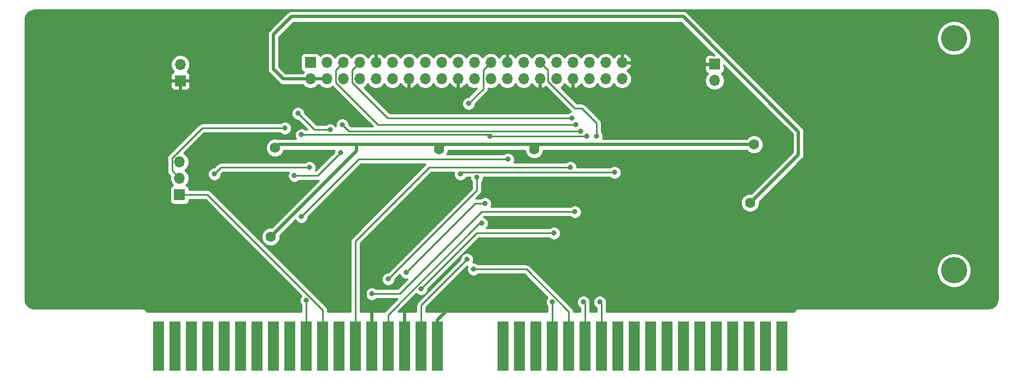
<source format=gbr>
G04 #@! TF.GenerationSoftware,KiCad,Pcbnew,5.1.9-73d0e3b20d~88~ubuntu20.10.1*
G04 #@! TF.CreationDate,2021-03-28T07:48:37+01:00*
G04 #@! TF.ProjectId,videoslotadapter,76696465-6f73-46c6-9f74-616461707465,rev?*
G04 #@! TF.SameCoordinates,Original*
G04 #@! TF.FileFunction,Copper,L2,Bot*
G04 #@! TF.FilePolarity,Positive*
%FSLAX46Y46*%
G04 Gerber Fmt 4.6, Leading zero omitted, Abs format (unit mm)*
G04 Created by KiCad (PCBNEW 5.1.9-73d0e3b20d~88~ubuntu20.10.1) date 2021-03-28 07:48:37*
%MOMM*%
%LPD*%
G01*
G04 APERTURE LIST*
G04 #@! TA.AperFunction,ComponentPad*
%ADD10C,4.064000*%
G04 #@! TD*
G04 #@! TA.AperFunction,ConnectorPad*
%ADD11R,1.780000X7.620000*%
G04 #@! TD*
G04 #@! TA.AperFunction,ComponentPad*
%ADD12O,1.700000X1.700000*%
G04 #@! TD*
G04 #@! TA.AperFunction,ComponentPad*
%ADD13R,1.700000X1.700000*%
G04 #@! TD*
G04 #@! TA.AperFunction,ViaPad*
%ADD14C,1.600000*%
G04 #@! TD*
G04 #@! TA.AperFunction,ViaPad*
%ADD15C,0.800000*%
G04 #@! TD*
G04 #@! TA.AperFunction,Conductor*
%ADD16C,0.500000*%
G04 #@! TD*
G04 #@! TA.AperFunction,Conductor*
%ADD17C,0.250000*%
G04 #@! TD*
G04 #@! TA.AperFunction,Conductor*
%ADD18C,0.254000*%
G04 #@! TD*
G04 #@! TA.AperFunction,Conductor*
%ADD19C,0.100000*%
G04 #@! TD*
G04 APERTURE END LIST*
D10*
X236207300Y-100502720D03*
X236207300Y-64546480D03*
D11*
X209554000Y-112272000D03*
X207014000Y-112272000D03*
X204474000Y-112272000D03*
X201934000Y-112272000D03*
X199394000Y-112272000D03*
X196854000Y-112272000D03*
X194314000Y-112272000D03*
X191774000Y-112272000D03*
X189234000Y-112272000D03*
X186694000Y-112272000D03*
X184154000Y-112272000D03*
X181614000Y-112272000D03*
X179074000Y-112272000D03*
X176534000Y-112272000D03*
X173994000Y-112272000D03*
X171454000Y-112272000D03*
X168914000Y-112272000D03*
X166374000Y-112272000D03*
X156214000Y-112272000D03*
X153674000Y-112272000D03*
X151134000Y-112272000D03*
X148594000Y-112272000D03*
X146054000Y-112272000D03*
X143514000Y-112272000D03*
X140974000Y-112272000D03*
X138434000Y-112272000D03*
X135894000Y-112272000D03*
X133354000Y-112272000D03*
X130814000Y-112272000D03*
X128274000Y-112272000D03*
X125734000Y-112272000D03*
X123194000Y-112272000D03*
X120654000Y-112272000D03*
X118114000Y-112272000D03*
X115574000Y-112272000D03*
X113034000Y-112272000D03*
D12*
X199136000Y-71120000D03*
D13*
X199136000Y-68580000D03*
X116408200Y-71163180D03*
D12*
X116408200Y-68623180D03*
D13*
X136537700Y-68318380D03*
D12*
X136537700Y-70858380D03*
X139077700Y-68318380D03*
X139077700Y-70858380D03*
X141617700Y-68318380D03*
X141617700Y-70858380D03*
X144157700Y-68318380D03*
X144157700Y-70858380D03*
X146697700Y-68318380D03*
X146697700Y-70858380D03*
X149237700Y-68318380D03*
X149237700Y-70858380D03*
X151777700Y-68318380D03*
X151777700Y-70858380D03*
X154317700Y-68318380D03*
X154317700Y-70858380D03*
X156857700Y-68318380D03*
X156857700Y-70858380D03*
X159397700Y-68318380D03*
X159397700Y-70858380D03*
X161937700Y-68318380D03*
X161937700Y-70858380D03*
X164477700Y-68318380D03*
X164477700Y-70858380D03*
X167017700Y-68318380D03*
X167017700Y-70858380D03*
X169557700Y-68318380D03*
X169557700Y-70858380D03*
X172097700Y-68318380D03*
X172097700Y-70858380D03*
X174637700Y-68318380D03*
X174637700Y-70858380D03*
X177177700Y-68318380D03*
X177177700Y-70858380D03*
X179717700Y-68318380D03*
X179717700Y-70858380D03*
X182257700Y-68318380D03*
X182257700Y-70858380D03*
X184797700Y-68318380D03*
X184797700Y-70858380D03*
D13*
X116278660Y-88793320D03*
D12*
X116278660Y-86253320D03*
X116278660Y-83713320D03*
D14*
X161544000Y-102870000D03*
X171450000Y-74930000D03*
X152654000Y-74676000D03*
X141986000Y-75438000D03*
X130810000Y-103124000D03*
X145796000Y-101092000D03*
X152400000Y-105664000D03*
X139446000Y-95758000D03*
X134366000Y-78232000D03*
X128778000Y-83058000D03*
X241046000Y-104902000D03*
X240792000Y-62230000D03*
X94742000Y-62230000D03*
X94488000Y-104394000D03*
X199390000Y-104648000D03*
X199390000Y-76708000D03*
X190246000Y-68834000D03*
X126492000Y-68834000D03*
X125222000Y-88392000D03*
X184912000Y-99822000D03*
X215900000Y-88392000D03*
X215646000Y-73152000D03*
X162560000Y-65278000D03*
X165862000Y-73914000D03*
X166624000Y-88392000D03*
X155956000Y-89154000D03*
X151892000Y-84836000D03*
X181610000Y-87884000D03*
X134277100Y-99466400D03*
X138976100Y-74015600D03*
X205232000Y-81026000D03*
X171196000Y-81788000D03*
X156464000Y-81788000D03*
X131064000Y-81534000D03*
X130403600Y-95275400D03*
D15*
X181356000Y-105410000D03*
X173990000Y-105410000D03*
X153670000Y-103378000D03*
X174244000Y-94742000D03*
X160782000Y-98806000D03*
D14*
X204606500Y-90052500D03*
D15*
X183642000Y-85344000D03*
X159766000Y-85598000D03*
X161798000Y-100330000D03*
X148590000Y-101854000D03*
X162306000Y-86106000D03*
X163068000Y-93218000D03*
X151384000Y-100838000D03*
X163576000Y-90170000D03*
X178816000Y-105410000D03*
X176784000Y-84582000D03*
X146050000Y-104140000D03*
X177498340Y-91440000D03*
X134620000Y-76200000D03*
X139573000Y-78740000D03*
X161036000Y-74676000D03*
X180848000Y-79756000D03*
X177038000Y-76962000D03*
X177648340Y-77978000D03*
X141478000Y-77978000D03*
X178373340Y-78994000D03*
X135128000Y-79502000D03*
X164338000Y-79756000D03*
X179324000Y-79756000D03*
X141224000Y-82296000D03*
X134056339Y-85852000D03*
X132588000Y-78486000D03*
X167132000Y-83312000D03*
X135128000Y-92202000D03*
X135890000Y-105156000D03*
X136398000Y-84582000D03*
X121666000Y-85598000D03*
D16*
X156214000Y-108200000D02*
X161544000Y-102870000D01*
X156214000Y-112272000D02*
X156214000Y-108200000D01*
X151134000Y-106930000D02*
X152400000Y-105664000D01*
X151134000Y-112272000D02*
X151134000Y-106930000D01*
X144996001Y-101891999D02*
X144996001Y-105079901D01*
X145796000Y-101092000D02*
X144996001Y-101891999D01*
X146054000Y-106137900D02*
X146054000Y-112272000D01*
X144996001Y-105079901D02*
X146054000Y-106137900D01*
X171958000Y-81026000D02*
X171196000Y-81788000D01*
X205232000Y-81026000D02*
X171958000Y-81026000D01*
X157226000Y-81026000D02*
X156464000Y-81788000D01*
X171958000Y-81026000D02*
X157226000Y-81026000D01*
X131572000Y-81026000D02*
X131064000Y-81534000D01*
X157226000Y-81026000D02*
X143662400Y-81026000D01*
X143662400Y-81026000D02*
X131572000Y-81026000D01*
X143662400Y-82016600D02*
X130403600Y-95275400D01*
X143662400Y-81026000D02*
X143662400Y-82016600D01*
D17*
X181614000Y-105668000D02*
X181356000Y-105410000D01*
X181614000Y-112272000D02*
X181614000Y-105668000D01*
X173994000Y-105414000D02*
X173990000Y-105410000D01*
X173994000Y-112272000D02*
X173994000Y-105414000D01*
X162306000Y-94742000D02*
X174244000Y-94742000D01*
X153670000Y-103378000D02*
X162306000Y-94742000D01*
X153674000Y-105914000D02*
X160782000Y-98806000D01*
X153674000Y-112272000D02*
X153674000Y-105914000D01*
D16*
X139077700Y-70858380D02*
X136537700Y-70858380D01*
X204606500Y-90052500D02*
X212090000Y-82569000D01*
X212090000Y-79023998D02*
X194280002Y-61214000D01*
X212090000Y-82569000D02*
X212090000Y-79023998D01*
X194280002Y-61214000D02*
X133604000Y-61214000D01*
X133604000Y-61214000D02*
X130810000Y-64008000D01*
X130810000Y-64008000D02*
X130810000Y-69342000D01*
X132326380Y-70858380D02*
X136537700Y-70858380D01*
X130810000Y-69342000D02*
X132326380Y-70858380D01*
D17*
X120600322Y-88793320D02*
X116278660Y-88793320D01*
X138434000Y-106626998D02*
X120600322Y-88793320D01*
X138434000Y-112272000D02*
X138434000Y-106626998D01*
X160020000Y-85344000D02*
X159766000Y-85598000D01*
X183642000Y-85344000D02*
X160020000Y-85344000D01*
X169983002Y-100330000D02*
X161798000Y-100330000D01*
X176534000Y-106880998D02*
X169983002Y-100330000D01*
X176534000Y-112272000D02*
X176534000Y-106880998D01*
X162306000Y-88138000D02*
X162306000Y-86106000D01*
X148590000Y-101854000D02*
X162306000Y-88138000D01*
X162756998Y-93218000D02*
X163068000Y-93218000D01*
X148594000Y-107380998D02*
X162756998Y-93218000D01*
X148594000Y-112272000D02*
X148594000Y-107380998D01*
X162052000Y-90170000D02*
X163576000Y-90170000D01*
X151384000Y-100838000D02*
X162052000Y-90170000D01*
X179074000Y-105668000D02*
X178816000Y-105410000D01*
X179074000Y-112272000D02*
X179074000Y-105668000D01*
X143514000Y-112272000D02*
X143514000Y-96008000D01*
X154940000Y-84582000D02*
X176784000Y-84582000D01*
X143514000Y-96008000D02*
X154940000Y-84582000D01*
X146050000Y-104140000D02*
X150368000Y-104140000D01*
X150368000Y-104140000D02*
X163068000Y-91440000D01*
X163068000Y-91440000D02*
X177498340Y-91440000D01*
X137160000Y-78740000D02*
X139573000Y-78740000D01*
X134620000Y-76200000D02*
X137160000Y-78740000D01*
X163302699Y-69493381D02*
X163302699Y-72409301D01*
X163302699Y-72409301D02*
X161036000Y-74676000D01*
X164477700Y-68318380D02*
X163302699Y-69493381D01*
X173272701Y-71232383D02*
X177478318Y-75438000D01*
X173272701Y-69493381D02*
X173272701Y-71232383D01*
X172097700Y-68318380D02*
X173272701Y-69493381D01*
X177478318Y-75438000D02*
X178562000Y-75438000D01*
X180848000Y-77724000D02*
X180848000Y-79756000D01*
X178562000Y-75438000D02*
X180848000Y-77724000D01*
X148522318Y-76962000D02*
X177038000Y-76962000D01*
X142982699Y-71422381D02*
X148522318Y-76962000D01*
X142982699Y-69493381D02*
X142982699Y-71422381D01*
X144157700Y-68318380D02*
X142982699Y-69493381D01*
X146998318Y-77978000D02*
X177648340Y-77978000D01*
X140442699Y-71422381D02*
X146998318Y-77978000D01*
X140442699Y-69493381D02*
X140442699Y-71422381D01*
X141617700Y-68318380D02*
X140442699Y-69493381D01*
X142494000Y-78994000D02*
X178373340Y-78994000D01*
X141478000Y-77978000D02*
X142494000Y-78994000D01*
X164084000Y-79502000D02*
X164338000Y-79756000D01*
X135128000Y-79502000D02*
X164084000Y-79502000D01*
X164338000Y-79756000D02*
X179324000Y-79756000D01*
X137668000Y-85852000D02*
X134056339Y-85852000D01*
X141224000Y-82296000D02*
X137668000Y-85852000D01*
X119766978Y-78486000D02*
X132588000Y-78486000D01*
X115103659Y-83149319D02*
X119766978Y-78486000D01*
X115103659Y-85078319D02*
X115103659Y-83149319D01*
X116278660Y-86253320D02*
X115103659Y-85078319D01*
X167132000Y-83312000D02*
X155573590Y-83312000D01*
X144018000Y-83312000D02*
X135128000Y-92202000D01*
X155573590Y-83312000D02*
X144018000Y-83312000D01*
X135894000Y-105160000D02*
X135890000Y-105156000D01*
X135894000Y-112272000D02*
X135894000Y-105160000D01*
X122682000Y-84582000D02*
X121666000Y-85598000D01*
X136398000Y-84582000D02*
X122682000Y-84582000D01*
D18*
X241486245Y-60184099D02*
X241801762Y-60215035D01*
X242071852Y-60296580D01*
X242320962Y-60429035D01*
X242539595Y-60607347D01*
X242719434Y-60824736D01*
X242853621Y-61072909D01*
X242937049Y-61342421D01*
X242969978Y-61655727D01*
X242964904Y-104897717D01*
X242933965Y-105213262D01*
X242852419Y-105483354D01*
X242719967Y-105732459D01*
X242541652Y-105951096D01*
X242324267Y-106130932D01*
X242076091Y-106265121D01*
X241806579Y-106348549D01*
X241493255Y-106381480D01*
X212173137Y-106381480D01*
X212138260Y-106378045D01*
X212103383Y-106381480D01*
X212100843Y-106381480D01*
X211996536Y-106391753D01*
X211862700Y-106432352D01*
X211739357Y-106498280D01*
X211631245Y-106587005D01*
X211542520Y-106695117D01*
X211476592Y-106818460D01*
X211441543Y-106934000D01*
X182374000Y-106934000D01*
X182374000Y-105705322D01*
X182377676Y-105667999D01*
X182374000Y-105630676D01*
X182374000Y-105630667D01*
X182371809Y-105608420D01*
X182391000Y-105511939D01*
X182391000Y-105308061D01*
X182351226Y-105108102D01*
X182273205Y-104919744D01*
X182159937Y-104750226D01*
X182015774Y-104606063D01*
X181846256Y-104492795D01*
X181657898Y-104414774D01*
X181457939Y-104375000D01*
X181254061Y-104375000D01*
X181054102Y-104414774D01*
X180865744Y-104492795D01*
X180696226Y-104606063D01*
X180552063Y-104750226D01*
X180438795Y-104919744D01*
X180360774Y-105108102D01*
X180321000Y-105308061D01*
X180321000Y-105511939D01*
X180360774Y-105711898D01*
X180438795Y-105900256D01*
X180552063Y-106069774D01*
X180696226Y-106213937D01*
X180854001Y-106319359D01*
X180854001Y-106934000D01*
X179834000Y-106934000D01*
X179834000Y-105705322D01*
X179837676Y-105667999D01*
X179834000Y-105630676D01*
X179834000Y-105630667D01*
X179831809Y-105608420D01*
X179851000Y-105511939D01*
X179851000Y-105308061D01*
X179811226Y-105108102D01*
X179733205Y-104919744D01*
X179619937Y-104750226D01*
X179475774Y-104606063D01*
X179306256Y-104492795D01*
X179117898Y-104414774D01*
X178917939Y-104375000D01*
X178714061Y-104375000D01*
X178514102Y-104414774D01*
X178325744Y-104492795D01*
X178156226Y-104606063D01*
X178012063Y-104750226D01*
X177898795Y-104919744D01*
X177820774Y-105108102D01*
X177781000Y-105308061D01*
X177781000Y-105511939D01*
X177820774Y-105711898D01*
X177898795Y-105900256D01*
X178012063Y-106069774D01*
X178156226Y-106213937D01*
X178314001Y-106319359D01*
X178314001Y-106934000D01*
X177294000Y-106934000D01*
X177294000Y-106918320D01*
X177297676Y-106880997D01*
X177294000Y-106843674D01*
X177294000Y-106843665D01*
X177283003Y-106732012D01*
X177239546Y-106588751D01*
X177168974Y-106456722D01*
X177074001Y-106340997D01*
X177045003Y-106317199D01*
X170967847Y-100240043D01*
X233540300Y-100240043D01*
X233540300Y-100765397D01*
X233642792Y-101280655D01*
X233843836Y-101766018D01*
X234135706Y-102202833D01*
X234507187Y-102574314D01*
X234944002Y-102866184D01*
X235429365Y-103067228D01*
X235944623Y-103169720D01*
X236469977Y-103169720D01*
X236985235Y-103067228D01*
X237470598Y-102866184D01*
X237907413Y-102574314D01*
X238278894Y-102202833D01*
X238570764Y-101766018D01*
X238771808Y-101280655D01*
X238874300Y-100765397D01*
X238874300Y-100240043D01*
X238771808Y-99724785D01*
X238570764Y-99239422D01*
X238278894Y-98802607D01*
X237907413Y-98431126D01*
X237470598Y-98139256D01*
X236985235Y-97938212D01*
X236469977Y-97835720D01*
X235944623Y-97835720D01*
X235429365Y-97938212D01*
X234944002Y-98139256D01*
X234507187Y-98431126D01*
X234135706Y-98802607D01*
X233843836Y-99239422D01*
X233642792Y-99724785D01*
X233540300Y-100240043D01*
X170967847Y-100240043D01*
X170546806Y-99819003D01*
X170523003Y-99789999D01*
X170407278Y-99695026D01*
X170275249Y-99624454D01*
X170131988Y-99580997D01*
X170020335Y-99570000D01*
X170020324Y-99570000D01*
X169983002Y-99566324D01*
X169945680Y-99570000D01*
X162501711Y-99570000D01*
X162457774Y-99526063D01*
X162288256Y-99412795D01*
X162099898Y-99334774D01*
X161899939Y-99295000D01*
X161699725Y-99295000D01*
X161777226Y-99107898D01*
X161817000Y-98907939D01*
X161817000Y-98704061D01*
X161777226Y-98504102D01*
X161699205Y-98315744D01*
X161585937Y-98146226D01*
X161441774Y-98002063D01*
X161272256Y-97888795D01*
X161083898Y-97810774D01*
X160883939Y-97771000D01*
X160680061Y-97771000D01*
X160480102Y-97810774D01*
X160291744Y-97888795D01*
X160122226Y-98002063D01*
X159978063Y-98146226D01*
X159864795Y-98315744D01*
X159786774Y-98504102D01*
X159747000Y-98704061D01*
X159747000Y-98766198D01*
X153162998Y-105350201D01*
X153134000Y-105373999D01*
X153110202Y-105402997D01*
X153110201Y-105402998D01*
X153039026Y-105489724D01*
X152968454Y-105621754D01*
X152947257Y-105691634D01*
X152924998Y-105765014D01*
X152915160Y-105864897D01*
X152910324Y-105914000D01*
X152914001Y-105951332D01*
X152914001Y-106934000D01*
X150115799Y-106934000D01*
X152939044Y-104110755D01*
X153010226Y-104181937D01*
X153179744Y-104295205D01*
X153368102Y-104373226D01*
X153568061Y-104413000D01*
X153771939Y-104413000D01*
X153971898Y-104373226D01*
X154160256Y-104295205D01*
X154329774Y-104181937D01*
X154473937Y-104037774D01*
X154587205Y-103868256D01*
X154665226Y-103679898D01*
X154705000Y-103479939D01*
X154705000Y-103417801D01*
X162620802Y-95502000D01*
X173540289Y-95502000D01*
X173584226Y-95545937D01*
X173753744Y-95659205D01*
X173942102Y-95737226D01*
X174142061Y-95777000D01*
X174345939Y-95777000D01*
X174545898Y-95737226D01*
X174734256Y-95659205D01*
X174903774Y-95545937D01*
X175047937Y-95401774D01*
X175161205Y-95232256D01*
X175239226Y-95043898D01*
X175279000Y-94843939D01*
X175279000Y-94640061D01*
X175239226Y-94440102D01*
X175161205Y-94251744D01*
X175047937Y-94082226D01*
X174903774Y-93938063D01*
X174734256Y-93824795D01*
X174545898Y-93746774D01*
X174345939Y-93707000D01*
X174142061Y-93707000D01*
X173942102Y-93746774D01*
X173753744Y-93824795D01*
X173584226Y-93938063D01*
X173540289Y-93982000D01*
X163767711Y-93982000D01*
X163871937Y-93877774D01*
X163985205Y-93708256D01*
X164063226Y-93519898D01*
X164103000Y-93319939D01*
X164103000Y-93116061D01*
X164063226Y-92916102D01*
X163985205Y-92727744D01*
X163871937Y-92558226D01*
X163727774Y-92414063D01*
X163558256Y-92300795D01*
X163369898Y-92222774D01*
X163361666Y-92221136D01*
X163382802Y-92200000D01*
X176794629Y-92200000D01*
X176838566Y-92243937D01*
X177008084Y-92357205D01*
X177196442Y-92435226D01*
X177396401Y-92475000D01*
X177600279Y-92475000D01*
X177800238Y-92435226D01*
X177988596Y-92357205D01*
X178158114Y-92243937D01*
X178302277Y-92099774D01*
X178415545Y-91930256D01*
X178493566Y-91741898D01*
X178533340Y-91541939D01*
X178533340Y-91338061D01*
X178493566Y-91138102D01*
X178415545Y-90949744D01*
X178302277Y-90780226D01*
X178158114Y-90636063D01*
X177988596Y-90522795D01*
X177800238Y-90444774D01*
X177600279Y-90405000D01*
X177396401Y-90405000D01*
X177196442Y-90444774D01*
X177008084Y-90522795D01*
X176838566Y-90636063D01*
X176794629Y-90680000D01*
X164480013Y-90680000D01*
X164493205Y-90660256D01*
X164571226Y-90471898D01*
X164611000Y-90271939D01*
X164611000Y-90068061D01*
X164571226Y-89868102D01*
X164493205Y-89679744D01*
X164379937Y-89510226D01*
X164235774Y-89366063D01*
X164066256Y-89252795D01*
X163877898Y-89174774D01*
X163677939Y-89135000D01*
X163474061Y-89135000D01*
X163274102Y-89174774D01*
X163085744Y-89252795D01*
X162916226Y-89366063D01*
X162872289Y-89410000D01*
X162108802Y-89410000D01*
X162817004Y-88701798D01*
X162846001Y-88678001D01*
X162940974Y-88562276D01*
X163011546Y-88430247D01*
X163055003Y-88286986D01*
X163066000Y-88175333D01*
X163066000Y-88175324D01*
X163069676Y-88138001D01*
X163066000Y-88100678D01*
X163066000Y-86809711D01*
X163109937Y-86765774D01*
X163223205Y-86596256D01*
X163301226Y-86407898D01*
X163341000Y-86207939D01*
X163341000Y-86104000D01*
X182938289Y-86104000D01*
X182982226Y-86147937D01*
X183151744Y-86261205D01*
X183340102Y-86339226D01*
X183540061Y-86379000D01*
X183743939Y-86379000D01*
X183943898Y-86339226D01*
X184132256Y-86261205D01*
X184301774Y-86147937D01*
X184445937Y-86003774D01*
X184559205Y-85834256D01*
X184637226Y-85645898D01*
X184677000Y-85445939D01*
X184677000Y-85242061D01*
X184637226Y-85042102D01*
X184559205Y-84853744D01*
X184445937Y-84684226D01*
X184301774Y-84540063D01*
X184132256Y-84426795D01*
X183943898Y-84348774D01*
X183743939Y-84309000D01*
X183540061Y-84309000D01*
X183340102Y-84348774D01*
X183151744Y-84426795D01*
X182982226Y-84540063D01*
X182938289Y-84584000D01*
X177819000Y-84584000D01*
X177819000Y-84480061D01*
X177779226Y-84280102D01*
X177701205Y-84091744D01*
X177587937Y-83922226D01*
X177443774Y-83778063D01*
X177274256Y-83664795D01*
X177085898Y-83586774D01*
X176885939Y-83547000D01*
X176682061Y-83547000D01*
X176482102Y-83586774D01*
X176293744Y-83664795D01*
X176124226Y-83778063D01*
X176080289Y-83822000D01*
X168036013Y-83822000D01*
X168049205Y-83802256D01*
X168127226Y-83613898D01*
X168167000Y-83413939D01*
X168167000Y-83210061D01*
X168127226Y-83010102D01*
X168049205Y-82821744D01*
X167935937Y-82652226D01*
X167791774Y-82508063D01*
X167622256Y-82394795D01*
X167433898Y-82316774D01*
X167233939Y-82277000D01*
X167030061Y-82277000D01*
X166830102Y-82316774D01*
X166641744Y-82394795D01*
X166472226Y-82508063D01*
X166428289Y-82552000D01*
X157679371Y-82552000D01*
X157735680Y-82467727D01*
X157843853Y-82206574D01*
X157899000Y-81929335D01*
X157899000Y-81911000D01*
X169761000Y-81911000D01*
X169761000Y-81929335D01*
X169816147Y-82206574D01*
X169924320Y-82467727D01*
X170081363Y-82702759D01*
X170281241Y-82902637D01*
X170516273Y-83059680D01*
X170777426Y-83167853D01*
X171054665Y-83223000D01*
X171337335Y-83223000D01*
X171614574Y-83167853D01*
X171875727Y-83059680D01*
X172110759Y-82902637D01*
X172310637Y-82702759D01*
X172467680Y-82467727D01*
X172575853Y-82206574D01*
X172631000Y-81929335D01*
X172631000Y-81911000D01*
X204097479Y-81911000D01*
X204117363Y-81940759D01*
X204317241Y-82140637D01*
X204552273Y-82297680D01*
X204813426Y-82405853D01*
X205090665Y-82461000D01*
X205373335Y-82461000D01*
X205650574Y-82405853D01*
X205911727Y-82297680D01*
X206146759Y-82140637D01*
X206346637Y-81940759D01*
X206503680Y-81705727D01*
X206611853Y-81444574D01*
X206667000Y-81167335D01*
X206667000Y-80884665D01*
X206611853Y-80607426D01*
X206503680Y-80346273D01*
X206346637Y-80111241D01*
X206146759Y-79911363D01*
X205911727Y-79754320D01*
X205650574Y-79646147D01*
X205373335Y-79591000D01*
X205090665Y-79591000D01*
X204813426Y-79646147D01*
X204552273Y-79754320D01*
X204317241Y-79911363D01*
X204117363Y-80111241D01*
X204097479Y-80141000D01*
X181808804Y-80141000D01*
X181843226Y-80057898D01*
X181883000Y-79857939D01*
X181883000Y-79654061D01*
X181843226Y-79454102D01*
X181765205Y-79265744D01*
X181651937Y-79096226D01*
X181608000Y-79052289D01*
X181608000Y-77761322D01*
X181611676Y-77723999D01*
X181608000Y-77686676D01*
X181608000Y-77686667D01*
X181597003Y-77575014D01*
X181553546Y-77431753D01*
X181482974Y-77299724D01*
X181388001Y-77183999D01*
X181359004Y-77160202D01*
X179125804Y-74927003D01*
X179102001Y-74897999D01*
X178986276Y-74803026D01*
X178854247Y-74732454D01*
X178710986Y-74688997D01*
X178599333Y-74678000D01*
X178599322Y-74678000D01*
X178562000Y-74674324D01*
X178524678Y-74678000D01*
X177793120Y-74678000D01*
X175304609Y-72189490D01*
X175341111Y-72174370D01*
X175584332Y-72011855D01*
X175791175Y-71805012D01*
X175912895Y-71622846D01*
X175982522Y-71739735D01*
X176177431Y-71955968D01*
X176410780Y-72130021D01*
X176673601Y-72255205D01*
X176820810Y-72299856D01*
X177050700Y-72178535D01*
X177050700Y-70985380D01*
X177030700Y-70985380D01*
X177030700Y-70731380D01*
X177050700Y-70731380D01*
X177050700Y-70711380D01*
X177304700Y-70711380D01*
X177304700Y-70731380D01*
X177324700Y-70731380D01*
X177324700Y-70985380D01*
X177304700Y-70985380D01*
X177304700Y-72178535D01*
X177534590Y-72299856D01*
X177681799Y-72255205D01*
X177944620Y-72130021D01*
X178177969Y-71955968D01*
X178372878Y-71739735D01*
X178442505Y-71622846D01*
X178564225Y-71805012D01*
X178771068Y-72011855D01*
X179014289Y-72174370D01*
X179284542Y-72286312D01*
X179571440Y-72343380D01*
X179863960Y-72343380D01*
X180150858Y-72286312D01*
X180421111Y-72174370D01*
X180664332Y-72011855D01*
X180871175Y-71805012D01*
X180987700Y-71630620D01*
X181104225Y-71805012D01*
X181311068Y-72011855D01*
X181554289Y-72174370D01*
X181824542Y-72286312D01*
X182111440Y-72343380D01*
X182403960Y-72343380D01*
X182690858Y-72286312D01*
X182961111Y-72174370D01*
X183204332Y-72011855D01*
X183411175Y-71805012D01*
X183527700Y-71630620D01*
X183644225Y-71805012D01*
X183851068Y-72011855D01*
X184094289Y-72174370D01*
X184364542Y-72286312D01*
X184651440Y-72343380D01*
X184943960Y-72343380D01*
X185230858Y-72286312D01*
X185501111Y-72174370D01*
X185744332Y-72011855D01*
X185951175Y-71805012D01*
X186113690Y-71561791D01*
X186225632Y-71291538D01*
X186282700Y-71004640D01*
X186282700Y-70712120D01*
X186225632Y-70425222D01*
X186113690Y-70154969D01*
X185951175Y-69911748D01*
X185744332Y-69704905D01*
X185568294Y-69587280D01*
X185797969Y-69415968D01*
X185992878Y-69199735D01*
X186141857Y-68949632D01*
X186239181Y-68675271D01*
X186118514Y-68445380D01*
X184924700Y-68445380D01*
X184924700Y-68465380D01*
X184670700Y-68465380D01*
X184670700Y-68445380D01*
X184650700Y-68445380D01*
X184650700Y-68191380D01*
X184670700Y-68191380D01*
X184670700Y-66998225D01*
X184924700Y-66998225D01*
X184924700Y-68191380D01*
X186118514Y-68191380D01*
X186239181Y-67961489D01*
X186141857Y-67687128D01*
X185992878Y-67437025D01*
X185797969Y-67220792D01*
X185564620Y-67046739D01*
X185301799Y-66921555D01*
X185154590Y-66876904D01*
X184924700Y-66998225D01*
X184670700Y-66998225D01*
X184440810Y-66876904D01*
X184293601Y-66921555D01*
X184030780Y-67046739D01*
X183797431Y-67220792D01*
X183602522Y-67437025D01*
X183532895Y-67553914D01*
X183411175Y-67371748D01*
X183204332Y-67164905D01*
X182961111Y-67002390D01*
X182690858Y-66890448D01*
X182403960Y-66833380D01*
X182111440Y-66833380D01*
X181824542Y-66890448D01*
X181554289Y-67002390D01*
X181311068Y-67164905D01*
X181104225Y-67371748D01*
X180987700Y-67546140D01*
X180871175Y-67371748D01*
X180664332Y-67164905D01*
X180421111Y-67002390D01*
X180150858Y-66890448D01*
X179863960Y-66833380D01*
X179571440Y-66833380D01*
X179284542Y-66890448D01*
X179014289Y-67002390D01*
X178771068Y-67164905D01*
X178564225Y-67371748D01*
X178447700Y-67546140D01*
X178331175Y-67371748D01*
X178124332Y-67164905D01*
X177881111Y-67002390D01*
X177610858Y-66890448D01*
X177323960Y-66833380D01*
X177031440Y-66833380D01*
X176744542Y-66890448D01*
X176474289Y-67002390D01*
X176231068Y-67164905D01*
X176024225Y-67371748D01*
X175907700Y-67546140D01*
X175791175Y-67371748D01*
X175584332Y-67164905D01*
X175341111Y-67002390D01*
X175070858Y-66890448D01*
X174783960Y-66833380D01*
X174491440Y-66833380D01*
X174204542Y-66890448D01*
X173934289Y-67002390D01*
X173691068Y-67164905D01*
X173484225Y-67371748D01*
X173367700Y-67546140D01*
X173251175Y-67371748D01*
X173044332Y-67164905D01*
X172801111Y-67002390D01*
X172530858Y-66890448D01*
X172243960Y-66833380D01*
X171951440Y-66833380D01*
X171664542Y-66890448D01*
X171394289Y-67002390D01*
X171151068Y-67164905D01*
X170944225Y-67371748D01*
X170827700Y-67546140D01*
X170711175Y-67371748D01*
X170504332Y-67164905D01*
X170261111Y-67002390D01*
X169990858Y-66890448D01*
X169703960Y-66833380D01*
X169411440Y-66833380D01*
X169124542Y-66890448D01*
X168854289Y-67002390D01*
X168611068Y-67164905D01*
X168404225Y-67371748D01*
X168282505Y-67553914D01*
X168212878Y-67437025D01*
X168017969Y-67220792D01*
X167784620Y-67046739D01*
X167521799Y-66921555D01*
X167374590Y-66876904D01*
X167144700Y-66998225D01*
X167144700Y-68191380D01*
X167164700Y-68191380D01*
X167164700Y-68445380D01*
X167144700Y-68445380D01*
X167144700Y-68465380D01*
X166890700Y-68465380D01*
X166890700Y-68445380D01*
X166870700Y-68445380D01*
X166870700Y-68191380D01*
X166890700Y-68191380D01*
X166890700Y-66998225D01*
X166660810Y-66876904D01*
X166513601Y-66921555D01*
X166250780Y-67046739D01*
X166017431Y-67220792D01*
X165822522Y-67437025D01*
X165752895Y-67553914D01*
X165631175Y-67371748D01*
X165424332Y-67164905D01*
X165181111Y-67002390D01*
X164910858Y-66890448D01*
X164623960Y-66833380D01*
X164331440Y-66833380D01*
X164044542Y-66890448D01*
X163774289Y-67002390D01*
X163531068Y-67164905D01*
X163324225Y-67371748D01*
X163207700Y-67546140D01*
X163091175Y-67371748D01*
X162884332Y-67164905D01*
X162641111Y-67002390D01*
X162370858Y-66890448D01*
X162083960Y-66833380D01*
X161791440Y-66833380D01*
X161504542Y-66890448D01*
X161234289Y-67002390D01*
X160991068Y-67164905D01*
X160784225Y-67371748D01*
X160667700Y-67546140D01*
X160551175Y-67371748D01*
X160344332Y-67164905D01*
X160101111Y-67002390D01*
X159830858Y-66890448D01*
X159543960Y-66833380D01*
X159251440Y-66833380D01*
X158964542Y-66890448D01*
X158694289Y-67002390D01*
X158451068Y-67164905D01*
X158244225Y-67371748D01*
X158127700Y-67546140D01*
X158011175Y-67371748D01*
X157804332Y-67164905D01*
X157561111Y-67002390D01*
X157290858Y-66890448D01*
X157003960Y-66833380D01*
X156711440Y-66833380D01*
X156424542Y-66890448D01*
X156154289Y-67002390D01*
X155911068Y-67164905D01*
X155704225Y-67371748D01*
X155587700Y-67546140D01*
X155471175Y-67371748D01*
X155264332Y-67164905D01*
X155021111Y-67002390D01*
X154750858Y-66890448D01*
X154463960Y-66833380D01*
X154171440Y-66833380D01*
X153884542Y-66890448D01*
X153614289Y-67002390D01*
X153371068Y-67164905D01*
X153164225Y-67371748D01*
X153047700Y-67546140D01*
X152931175Y-67371748D01*
X152724332Y-67164905D01*
X152481111Y-67002390D01*
X152210858Y-66890448D01*
X151923960Y-66833380D01*
X151631440Y-66833380D01*
X151344542Y-66890448D01*
X151074289Y-67002390D01*
X150831068Y-67164905D01*
X150624225Y-67371748D01*
X150507700Y-67546140D01*
X150391175Y-67371748D01*
X150184332Y-67164905D01*
X149941111Y-67002390D01*
X149670858Y-66890448D01*
X149383960Y-66833380D01*
X149091440Y-66833380D01*
X148804542Y-66890448D01*
X148534289Y-67002390D01*
X148291068Y-67164905D01*
X148084225Y-67371748D01*
X147962505Y-67553914D01*
X147892878Y-67437025D01*
X147697969Y-67220792D01*
X147464620Y-67046739D01*
X147201799Y-66921555D01*
X147054590Y-66876904D01*
X146824700Y-66998225D01*
X146824700Y-68191380D01*
X146844700Y-68191380D01*
X146844700Y-68445380D01*
X146824700Y-68445380D01*
X146824700Y-68465380D01*
X146570700Y-68465380D01*
X146570700Y-68445380D01*
X146550700Y-68445380D01*
X146550700Y-68191380D01*
X146570700Y-68191380D01*
X146570700Y-66998225D01*
X146340810Y-66876904D01*
X146193601Y-66921555D01*
X145930780Y-67046739D01*
X145697431Y-67220792D01*
X145502522Y-67437025D01*
X145432895Y-67553914D01*
X145311175Y-67371748D01*
X145104332Y-67164905D01*
X144861111Y-67002390D01*
X144590858Y-66890448D01*
X144303960Y-66833380D01*
X144011440Y-66833380D01*
X143724542Y-66890448D01*
X143454289Y-67002390D01*
X143211068Y-67164905D01*
X143004225Y-67371748D01*
X142887700Y-67546140D01*
X142771175Y-67371748D01*
X142564332Y-67164905D01*
X142321111Y-67002390D01*
X142050858Y-66890448D01*
X141763960Y-66833380D01*
X141471440Y-66833380D01*
X141184542Y-66890448D01*
X140914289Y-67002390D01*
X140671068Y-67164905D01*
X140464225Y-67371748D01*
X140347700Y-67546140D01*
X140231175Y-67371748D01*
X140024332Y-67164905D01*
X139781111Y-67002390D01*
X139510858Y-66890448D01*
X139223960Y-66833380D01*
X138931440Y-66833380D01*
X138644542Y-66890448D01*
X138374289Y-67002390D01*
X138131068Y-67164905D01*
X137999213Y-67296760D01*
X137977202Y-67224200D01*
X137918237Y-67113886D01*
X137838885Y-67017195D01*
X137742194Y-66937843D01*
X137631880Y-66878878D01*
X137512182Y-66842568D01*
X137387700Y-66830308D01*
X135687700Y-66830308D01*
X135563218Y-66842568D01*
X135443520Y-66878878D01*
X135333206Y-66937843D01*
X135236515Y-67017195D01*
X135157163Y-67113886D01*
X135098198Y-67224200D01*
X135061888Y-67343898D01*
X135049628Y-67468380D01*
X135049628Y-69168380D01*
X135061888Y-69292862D01*
X135098198Y-69412560D01*
X135157163Y-69522874D01*
X135236515Y-69619565D01*
X135333206Y-69698917D01*
X135443520Y-69757882D01*
X135516080Y-69779893D01*
X135384225Y-69911748D01*
X135343044Y-69973380D01*
X132692959Y-69973380D01*
X131695000Y-68975422D01*
X131695000Y-64374578D01*
X133970579Y-62099000D01*
X193913424Y-62099000D01*
X199008998Y-67194574D01*
X199008998Y-67253748D01*
X198850250Y-67095000D01*
X198286000Y-67091928D01*
X198161518Y-67104188D01*
X198041820Y-67140498D01*
X197931506Y-67199463D01*
X197834815Y-67278815D01*
X197755463Y-67375506D01*
X197696498Y-67485820D01*
X197660188Y-67605518D01*
X197647928Y-67730000D01*
X197651000Y-68294250D01*
X197809750Y-68453000D01*
X199009000Y-68453000D01*
X199009000Y-68433000D01*
X199263000Y-68433000D01*
X199263000Y-68453000D01*
X199283000Y-68453000D01*
X199283000Y-68707000D01*
X199263000Y-68707000D01*
X199263000Y-68727000D01*
X199009000Y-68727000D01*
X199009000Y-68707000D01*
X197809750Y-68707000D01*
X197651000Y-68865750D01*
X197647928Y-69430000D01*
X197660188Y-69554482D01*
X197696498Y-69674180D01*
X197755463Y-69784494D01*
X197834815Y-69881185D01*
X197931506Y-69960537D01*
X198041820Y-70019502D01*
X198114380Y-70041513D01*
X197982525Y-70173368D01*
X197820010Y-70416589D01*
X197708068Y-70686842D01*
X197651000Y-70973740D01*
X197651000Y-71266260D01*
X197708068Y-71553158D01*
X197820010Y-71823411D01*
X197982525Y-72066632D01*
X198189368Y-72273475D01*
X198432589Y-72435990D01*
X198702842Y-72547932D01*
X198989740Y-72605000D01*
X199282260Y-72605000D01*
X199569158Y-72547932D01*
X199839411Y-72435990D01*
X200082632Y-72273475D01*
X200289475Y-72066632D01*
X200451990Y-71823411D01*
X200563932Y-71553158D01*
X200621000Y-71266260D01*
X200621000Y-70973740D01*
X200563932Y-70686842D01*
X200451990Y-70416589D01*
X200289475Y-70173368D01*
X200157620Y-70041513D01*
X200230180Y-70019502D01*
X200340494Y-69960537D01*
X200437185Y-69881185D01*
X200516537Y-69784494D01*
X200575502Y-69674180D01*
X200611812Y-69554482D01*
X200624072Y-69430000D01*
X200621000Y-68865750D01*
X200462252Y-68707002D01*
X200521426Y-68707002D01*
X211205001Y-79390578D01*
X211205000Y-82202421D01*
X204782939Y-88624483D01*
X204747835Y-88617500D01*
X204465165Y-88617500D01*
X204187926Y-88672647D01*
X203926773Y-88780820D01*
X203691741Y-88937863D01*
X203491863Y-89137741D01*
X203334820Y-89372773D01*
X203226647Y-89633926D01*
X203171500Y-89911165D01*
X203171500Y-90193835D01*
X203226647Y-90471074D01*
X203334820Y-90732227D01*
X203491863Y-90967259D01*
X203691741Y-91167137D01*
X203926773Y-91324180D01*
X204187926Y-91432353D01*
X204465165Y-91487500D01*
X204747835Y-91487500D01*
X205025074Y-91432353D01*
X205286227Y-91324180D01*
X205521259Y-91167137D01*
X205721137Y-90967259D01*
X205878180Y-90732227D01*
X205986353Y-90471074D01*
X206041500Y-90193835D01*
X206041500Y-89911165D01*
X206034517Y-89876061D01*
X212685051Y-83225528D01*
X212718817Y-83197817D01*
X212747380Y-83163014D01*
X212829410Y-83063060D01*
X212829411Y-83063059D01*
X212911589Y-82909313D01*
X212962195Y-82742490D01*
X212975000Y-82612477D01*
X212975000Y-82612467D01*
X212979281Y-82569001D01*
X212975000Y-82525535D01*
X212975000Y-79067467D01*
X212979281Y-79023998D01*
X212975000Y-78980529D01*
X212975000Y-78980521D01*
X212962195Y-78850508D01*
X212911589Y-78683685D01*
X212829411Y-78529939D01*
X212795815Y-78489002D01*
X212746532Y-78428951D01*
X212746530Y-78428949D01*
X212718817Y-78395181D01*
X212685049Y-78367468D01*
X198601384Y-64283803D01*
X233540300Y-64283803D01*
X233540300Y-64809157D01*
X233642792Y-65324415D01*
X233843836Y-65809778D01*
X234135706Y-66246593D01*
X234507187Y-66618074D01*
X234944002Y-66909944D01*
X235429365Y-67110988D01*
X235944623Y-67213480D01*
X236469977Y-67213480D01*
X236985235Y-67110988D01*
X237470598Y-66909944D01*
X237907413Y-66618074D01*
X238278894Y-66246593D01*
X238570764Y-65809778D01*
X238771808Y-65324415D01*
X238874300Y-64809157D01*
X238874300Y-64283803D01*
X238771808Y-63768545D01*
X238570764Y-63283182D01*
X238278894Y-62846367D01*
X237907413Y-62474886D01*
X237470598Y-62183016D01*
X236985235Y-61981972D01*
X236469977Y-61879480D01*
X235944623Y-61879480D01*
X235429365Y-61981972D01*
X234944002Y-62183016D01*
X234507187Y-62474886D01*
X234135706Y-62846367D01*
X233843836Y-63283182D01*
X233642792Y-63768545D01*
X233540300Y-64283803D01*
X198601384Y-64283803D01*
X194936536Y-60618956D01*
X194908819Y-60585183D01*
X194774061Y-60474589D01*
X194620315Y-60392411D01*
X194453492Y-60341805D01*
X194323479Y-60329000D01*
X194323471Y-60329000D01*
X194280002Y-60324719D01*
X194236533Y-60329000D01*
X133647469Y-60329000D01*
X133604000Y-60324719D01*
X133560531Y-60329000D01*
X133560523Y-60329000D01*
X133430510Y-60341805D01*
X133263686Y-60392411D01*
X133109941Y-60474589D01*
X133008953Y-60557468D01*
X133008951Y-60557470D01*
X132975183Y-60585183D01*
X132947470Y-60618951D01*
X130214956Y-63351466D01*
X130181183Y-63379183D01*
X130070589Y-63513942D01*
X129988411Y-63667688D01*
X129937805Y-63834511D01*
X129925000Y-63964524D01*
X129925000Y-63964531D01*
X129920719Y-64008000D01*
X129925000Y-64051469D01*
X129925001Y-69298521D01*
X129920719Y-69342000D01*
X129937805Y-69515490D01*
X129988412Y-69682313D01*
X130070590Y-69836059D01*
X130153468Y-69937046D01*
X130153471Y-69937049D01*
X130181184Y-69970817D01*
X130214951Y-69998529D01*
X131669850Y-71453429D01*
X131697563Y-71487197D01*
X131731331Y-71514910D01*
X131731333Y-71514912D01*
X131777936Y-71553158D01*
X131832321Y-71597791D01*
X131986067Y-71679969D01*
X132152890Y-71730575D01*
X132282903Y-71743380D01*
X132282913Y-71743380D01*
X132326379Y-71747661D01*
X132369845Y-71743380D01*
X135343044Y-71743380D01*
X135384225Y-71805012D01*
X135591068Y-72011855D01*
X135834289Y-72174370D01*
X136104542Y-72286312D01*
X136391440Y-72343380D01*
X136683960Y-72343380D01*
X136970858Y-72286312D01*
X137241111Y-72174370D01*
X137484332Y-72011855D01*
X137691175Y-71805012D01*
X137732356Y-71743380D01*
X137883044Y-71743380D01*
X137924225Y-71805012D01*
X138131068Y-72011855D01*
X138374289Y-72174370D01*
X138644542Y-72286312D01*
X138931440Y-72343380D01*
X139223960Y-72343380D01*
X139510858Y-72286312D01*
X139781111Y-72174370D01*
X139984192Y-72038675D01*
X146179516Y-78234000D01*
X142808802Y-78234000D01*
X142513000Y-77938199D01*
X142513000Y-77876061D01*
X142473226Y-77676102D01*
X142395205Y-77487744D01*
X142281937Y-77318226D01*
X142137774Y-77174063D01*
X141968256Y-77060795D01*
X141779898Y-76982774D01*
X141579939Y-76943000D01*
X141376061Y-76943000D01*
X141176102Y-76982774D01*
X140987744Y-77060795D01*
X140818226Y-77174063D01*
X140674063Y-77318226D01*
X140560795Y-77487744D01*
X140482774Y-77676102D01*
X140443000Y-77876061D01*
X140443000Y-78079939D01*
X140471084Y-78221127D01*
X140376937Y-78080226D01*
X140232774Y-77936063D01*
X140063256Y-77822795D01*
X139874898Y-77744774D01*
X139674939Y-77705000D01*
X139471061Y-77705000D01*
X139271102Y-77744774D01*
X139082744Y-77822795D01*
X138913226Y-77936063D01*
X138869289Y-77980000D01*
X137474803Y-77980000D01*
X135655000Y-76160199D01*
X135655000Y-76098061D01*
X135615226Y-75898102D01*
X135537205Y-75709744D01*
X135423937Y-75540226D01*
X135279774Y-75396063D01*
X135110256Y-75282795D01*
X134921898Y-75204774D01*
X134721939Y-75165000D01*
X134518061Y-75165000D01*
X134318102Y-75204774D01*
X134129744Y-75282795D01*
X133960226Y-75396063D01*
X133816063Y-75540226D01*
X133702795Y-75709744D01*
X133624774Y-75898102D01*
X133585000Y-76098061D01*
X133585000Y-76301939D01*
X133624774Y-76501898D01*
X133702795Y-76690256D01*
X133816063Y-76859774D01*
X133960226Y-77003937D01*
X134129744Y-77117205D01*
X134318102Y-77195226D01*
X134518061Y-77235000D01*
X134580199Y-77235000D01*
X136087197Y-78742000D01*
X135831711Y-78742000D01*
X135787774Y-78698063D01*
X135618256Y-78584795D01*
X135429898Y-78506774D01*
X135229939Y-78467000D01*
X135026061Y-78467000D01*
X134826102Y-78506774D01*
X134637744Y-78584795D01*
X134468226Y-78698063D01*
X134324063Y-78842226D01*
X134210795Y-79011744D01*
X134132774Y-79200102D01*
X134093000Y-79400061D01*
X134093000Y-79603939D01*
X134132774Y-79803898D01*
X134210795Y-79992256D01*
X134310182Y-80141000D01*
X131615465Y-80141000D01*
X131571999Y-80136719D01*
X131528533Y-80141000D01*
X131528523Y-80141000D01*
X131453585Y-80148381D01*
X131205335Y-80099000D01*
X130922665Y-80099000D01*
X130645426Y-80154147D01*
X130384273Y-80262320D01*
X130149241Y-80419363D01*
X129949363Y-80619241D01*
X129792320Y-80854273D01*
X129684147Y-81115426D01*
X129629000Y-81392665D01*
X129629000Y-81675335D01*
X129684147Y-81952574D01*
X129792320Y-82213727D01*
X129949363Y-82448759D01*
X130149241Y-82648637D01*
X130384273Y-82805680D01*
X130645426Y-82913853D01*
X130922665Y-82969000D01*
X131205335Y-82969000D01*
X131482574Y-82913853D01*
X131743727Y-82805680D01*
X131978759Y-82648637D01*
X132178637Y-82448759D01*
X132335680Y-82213727D01*
X132443853Y-81952574D01*
X132452123Y-81911000D01*
X140263196Y-81911000D01*
X140228774Y-81994102D01*
X140189000Y-82194061D01*
X140189000Y-82256197D01*
X137353199Y-85092000D01*
X137302013Y-85092000D01*
X137315205Y-85072256D01*
X137393226Y-84883898D01*
X137433000Y-84683939D01*
X137433000Y-84480061D01*
X137393226Y-84280102D01*
X137315205Y-84091744D01*
X137201937Y-83922226D01*
X137057774Y-83778063D01*
X136888256Y-83664795D01*
X136699898Y-83586774D01*
X136499939Y-83547000D01*
X136296061Y-83547000D01*
X136096102Y-83586774D01*
X135907744Y-83664795D01*
X135738226Y-83778063D01*
X135694289Y-83822000D01*
X122719322Y-83822000D01*
X122682000Y-83818324D01*
X122644677Y-83822000D01*
X122644667Y-83822000D01*
X122533014Y-83832997D01*
X122389753Y-83876454D01*
X122257723Y-83947026D01*
X122227568Y-83971774D01*
X122141999Y-84041999D01*
X122118201Y-84070997D01*
X121626199Y-84563000D01*
X121564061Y-84563000D01*
X121364102Y-84602774D01*
X121175744Y-84680795D01*
X121006226Y-84794063D01*
X120862063Y-84938226D01*
X120748795Y-85107744D01*
X120670774Y-85296102D01*
X120631000Y-85496061D01*
X120631000Y-85699939D01*
X120670774Y-85899898D01*
X120748795Y-86088256D01*
X120862063Y-86257774D01*
X121006226Y-86401937D01*
X121175744Y-86515205D01*
X121364102Y-86593226D01*
X121564061Y-86633000D01*
X121767939Y-86633000D01*
X121967898Y-86593226D01*
X122156256Y-86515205D01*
X122325774Y-86401937D01*
X122469937Y-86257774D01*
X122583205Y-86088256D01*
X122661226Y-85899898D01*
X122701000Y-85699939D01*
X122701000Y-85637801D01*
X122996802Y-85342000D01*
X133152326Y-85342000D01*
X133139134Y-85361744D01*
X133061113Y-85550102D01*
X133021339Y-85750061D01*
X133021339Y-85953939D01*
X133061113Y-86153898D01*
X133139134Y-86342256D01*
X133252402Y-86511774D01*
X133396565Y-86655937D01*
X133566083Y-86769205D01*
X133754441Y-86847226D01*
X133954400Y-86887000D01*
X134158278Y-86887000D01*
X134358237Y-86847226D01*
X134546595Y-86769205D01*
X134716113Y-86655937D01*
X134760050Y-86612000D01*
X137630678Y-86612000D01*
X137668000Y-86615676D01*
X137705322Y-86612000D01*
X137705333Y-86612000D01*
X137816986Y-86601003D01*
X137830525Y-86596896D01*
X130580039Y-93847383D01*
X130544935Y-93840400D01*
X130262265Y-93840400D01*
X129985026Y-93895547D01*
X129723873Y-94003720D01*
X129488841Y-94160763D01*
X129288963Y-94360641D01*
X129131920Y-94595673D01*
X129023747Y-94856826D01*
X128968600Y-95134065D01*
X128968600Y-95416735D01*
X129023747Y-95693974D01*
X129131920Y-95955127D01*
X129288963Y-96190159D01*
X129488841Y-96390037D01*
X129723873Y-96547080D01*
X129985026Y-96655253D01*
X130262265Y-96710400D01*
X130544935Y-96710400D01*
X130822174Y-96655253D01*
X131083327Y-96547080D01*
X131318359Y-96390037D01*
X131518237Y-96190159D01*
X131675280Y-95955127D01*
X131783453Y-95693974D01*
X131838600Y-95416735D01*
X131838600Y-95134065D01*
X131831617Y-95098961D01*
X134221821Y-92708757D01*
X134324063Y-92861774D01*
X134468226Y-93005937D01*
X134637744Y-93119205D01*
X134826102Y-93197226D01*
X135026061Y-93237000D01*
X135229939Y-93237000D01*
X135429898Y-93197226D01*
X135618256Y-93119205D01*
X135787774Y-93005937D01*
X135931937Y-92861774D01*
X136045205Y-92692256D01*
X136123226Y-92503898D01*
X136163000Y-92303939D01*
X136163000Y-92241801D01*
X144332802Y-84072000D01*
X154375198Y-84072000D01*
X143002998Y-95444201D01*
X142974000Y-95467999D01*
X142950202Y-95496997D01*
X142950201Y-95496998D01*
X142879026Y-95583724D01*
X142808454Y-95715754D01*
X142764998Y-95859015D01*
X142750324Y-96008000D01*
X142754001Y-96045333D01*
X142754000Y-106934000D01*
X139194000Y-106934000D01*
X139194000Y-106664320D01*
X139197676Y-106626997D01*
X139194000Y-106589674D01*
X139194000Y-106589665D01*
X139183003Y-106478012D01*
X139139546Y-106334751D01*
X139068974Y-106202722D01*
X138974001Y-106086997D01*
X138945003Y-106063199D01*
X121164126Y-88282323D01*
X121140323Y-88253319D01*
X121024598Y-88158346D01*
X120892569Y-88087774D01*
X120749308Y-88044317D01*
X120637655Y-88033320D01*
X120637644Y-88033320D01*
X120600322Y-88029644D01*
X120563000Y-88033320D01*
X117766732Y-88033320D01*
X117766732Y-87943320D01*
X117754472Y-87818838D01*
X117718162Y-87699140D01*
X117659197Y-87588826D01*
X117579845Y-87492135D01*
X117483154Y-87412783D01*
X117372840Y-87353818D01*
X117300280Y-87331807D01*
X117432135Y-87199952D01*
X117594650Y-86956731D01*
X117706592Y-86686478D01*
X117763660Y-86399580D01*
X117763660Y-86107060D01*
X117706592Y-85820162D01*
X117594650Y-85549909D01*
X117432135Y-85306688D01*
X117225292Y-85099845D01*
X117050900Y-84983320D01*
X117225292Y-84866795D01*
X117432135Y-84659952D01*
X117594650Y-84416731D01*
X117706592Y-84146478D01*
X117763660Y-83859580D01*
X117763660Y-83567060D01*
X117706592Y-83280162D01*
X117594650Y-83009909D01*
X117432135Y-82766688D01*
X117225292Y-82559845D01*
X116982071Y-82397330D01*
X116945569Y-82382210D01*
X120081780Y-79246000D01*
X131884289Y-79246000D01*
X131928226Y-79289937D01*
X132097744Y-79403205D01*
X132286102Y-79481226D01*
X132486061Y-79521000D01*
X132689939Y-79521000D01*
X132889898Y-79481226D01*
X133078256Y-79403205D01*
X133247774Y-79289937D01*
X133391937Y-79145774D01*
X133505205Y-78976256D01*
X133583226Y-78787898D01*
X133623000Y-78587939D01*
X133623000Y-78384061D01*
X133583226Y-78184102D01*
X133505205Y-77995744D01*
X133391937Y-77826226D01*
X133247774Y-77682063D01*
X133078256Y-77568795D01*
X132889898Y-77490774D01*
X132689939Y-77451000D01*
X132486061Y-77451000D01*
X132286102Y-77490774D01*
X132097744Y-77568795D01*
X131928226Y-77682063D01*
X131884289Y-77726000D01*
X119804301Y-77726000D01*
X119766978Y-77722324D01*
X119729655Y-77726000D01*
X119729645Y-77726000D01*
X119617992Y-77736997D01*
X119474731Y-77780454D01*
X119342701Y-77851026D01*
X119259061Y-77919668D01*
X119226977Y-77945999D01*
X119203179Y-77974997D01*
X114592657Y-82585520D01*
X114563659Y-82609318D01*
X114539861Y-82638316D01*
X114539860Y-82638317D01*
X114468685Y-82725043D01*
X114398113Y-82857073D01*
X114354657Y-83000334D01*
X114339983Y-83149319D01*
X114343660Y-83186651D01*
X114343659Y-85040996D01*
X114339983Y-85078319D01*
X114343659Y-85115641D01*
X114343659Y-85115651D01*
X114354656Y-85227304D01*
X114380348Y-85311999D01*
X114398113Y-85370565D01*
X114468685Y-85502595D01*
X114507515Y-85549909D01*
X114563658Y-85618320D01*
X114592662Y-85642123D01*
X114837451Y-85886912D01*
X114793660Y-86107060D01*
X114793660Y-86399580D01*
X114850728Y-86686478D01*
X114962670Y-86956731D01*
X115125185Y-87199952D01*
X115257040Y-87331807D01*
X115184480Y-87353818D01*
X115074166Y-87412783D01*
X114977475Y-87492135D01*
X114898123Y-87588826D01*
X114839158Y-87699140D01*
X114802848Y-87818838D01*
X114790588Y-87943320D01*
X114790588Y-89643320D01*
X114802848Y-89767802D01*
X114839158Y-89887500D01*
X114898123Y-89997814D01*
X114977475Y-90094505D01*
X115074166Y-90173857D01*
X115184480Y-90232822D01*
X115304178Y-90269132D01*
X115428660Y-90281392D01*
X117128660Y-90281392D01*
X117253142Y-90269132D01*
X117372840Y-90232822D01*
X117483154Y-90173857D01*
X117579845Y-90094505D01*
X117659197Y-89997814D01*
X117718162Y-89887500D01*
X117754472Y-89767802D01*
X117766732Y-89643320D01*
X117766732Y-89553320D01*
X120285521Y-89553320D01*
X135157245Y-104425044D01*
X135086063Y-104496226D01*
X134972795Y-104665744D01*
X134894774Y-104854102D01*
X134855000Y-105054061D01*
X134855000Y-105257939D01*
X134894774Y-105457898D01*
X134972795Y-105646256D01*
X135086063Y-105815774D01*
X135134001Y-105863712D01*
X135134001Y-106934000D01*
X111224418Y-106934000D01*
X111224141Y-106933086D01*
X111202468Y-106861640D01*
X111202441Y-106861590D01*
X111202426Y-106861540D01*
X111171407Y-106803529D01*
X111136540Y-106738297D01*
X111136503Y-106738252D01*
X111136479Y-106738207D01*
X111094962Y-106687634D01*
X111047815Y-106630185D01*
X111047770Y-106630148D01*
X111047738Y-106630109D01*
X110997327Y-106588751D01*
X110939703Y-106541460D01*
X110939652Y-106541433D01*
X110939612Y-106541400D01*
X110882054Y-106510646D01*
X110816360Y-106475532D01*
X110816304Y-106475515D01*
X110816259Y-106475491D01*
X110752701Y-106456221D01*
X110682524Y-106434933D01*
X110682468Y-106434927D01*
X110682417Y-106434912D01*
X110615136Y-106428296D01*
X110543340Y-106421225D01*
X110508406Y-106424666D01*
X93857194Y-106427195D01*
X93541738Y-106396265D01*
X93271646Y-106314719D01*
X93022541Y-106182267D01*
X92803904Y-106003952D01*
X92624068Y-105786567D01*
X92489879Y-105538391D01*
X92406451Y-105268879D01*
X92373522Y-104955572D01*
X92377382Y-72013180D01*
X114920128Y-72013180D01*
X114932388Y-72137662D01*
X114968698Y-72257360D01*
X115027663Y-72367674D01*
X115107015Y-72464365D01*
X115203706Y-72543717D01*
X115314020Y-72602682D01*
X115433718Y-72638992D01*
X115558200Y-72651252D01*
X116122450Y-72648180D01*
X116281200Y-72489430D01*
X116281200Y-71290180D01*
X116535200Y-71290180D01*
X116535200Y-72489430D01*
X116693950Y-72648180D01*
X117258200Y-72651252D01*
X117382682Y-72638992D01*
X117502380Y-72602682D01*
X117612694Y-72543717D01*
X117709385Y-72464365D01*
X117788737Y-72367674D01*
X117847702Y-72257360D01*
X117884012Y-72137662D01*
X117896272Y-72013180D01*
X117893200Y-71448930D01*
X117734450Y-71290180D01*
X116535200Y-71290180D01*
X116281200Y-71290180D01*
X115081950Y-71290180D01*
X114923200Y-71448930D01*
X114920128Y-72013180D01*
X92377382Y-72013180D01*
X92377581Y-70313180D01*
X114920128Y-70313180D01*
X114923200Y-70877430D01*
X115081950Y-71036180D01*
X116281200Y-71036180D01*
X116281200Y-71016180D01*
X116535200Y-71016180D01*
X116535200Y-71036180D01*
X117734450Y-71036180D01*
X117893200Y-70877430D01*
X117896272Y-70313180D01*
X117884012Y-70188698D01*
X117847702Y-70069000D01*
X117788737Y-69958686D01*
X117709385Y-69861995D01*
X117612694Y-69782643D01*
X117502380Y-69723678D01*
X117429820Y-69701667D01*
X117561675Y-69569812D01*
X117724190Y-69326591D01*
X117836132Y-69056338D01*
X117893200Y-68769440D01*
X117893200Y-68476920D01*
X117836132Y-68190022D01*
X117724190Y-67919769D01*
X117561675Y-67676548D01*
X117354832Y-67469705D01*
X117111611Y-67307190D01*
X116841358Y-67195248D01*
X116554460Y-67138180D01*
X116261940Y-67138180D01*
X115975042Y-67195248D01*
X115704789Y-67307190D01*
X115461568Y-67469705D01*
X115254725Y-67676548D01*
X115092210Y-67919769D01*
X114980268Y-68190022D01*
X114923200Y-68476920D01*
X114923200Y-68769440D01*
X114980268Y-69056338D01*
X115092210Y-69326591D01*
X115254725Y-69569812D01*
X115386580Y-69701667D01*
X115314020Y-69723678D01*
X115203706Y-69782643D01*
X115107015Y-69861995D01*
X115027663Y-69958686D01*
X114968698Y-70069000D01*
X114932388Y-70188698D01*
X114920128Y-70313180D01*
X92377581Y-70313180D01*
X92378596Y-61662783D01*
X92409535Y-61347238D01*
X92491080Y-61077148D01*
X92623535Y-60828038D01*
X92801847Y-60609405D01*
X93019236Y-60429566D01*
X93267409Y-60295379D01*
X93536921Y-60211951D01*
X93850244Y-60179020D01*
X241486245Y-60184099D01*
G04 #@! TA.AperFunction,Conductor*
D19*
G36*
X241486245Y-60184099D02*
G01*
X241801762Y-60215035D01*
X242071852Y-60296580D01*
X242320962Y-60429035D01*
X242539595Y-60607347D01*
X242719434Y-60824736D01*
X242853621Y-61072909D01*
X242937049Y-61342421D01*
X242969978Y-61655727D01*
X242964904Y-104897717D01*
X242933965Y-105213262D01*
X242852419Y-105483354D01*
X242719967Y-105732459D01*
X242541652Y-105951096D01*
X242324267Y-106130932D01*
X242076091Y-106265121D01*
X241806579Y-106348549D01*
X241493255Y-106381480D01*
X212173137Y-106381480D01*
X212138260Y-106378045D01*
X212103383Y-106381480D01*
X212100843Y-106381480D01*
X211996536Y-106391753D01*
X211862700Y-106432352D01*
X211739357Y-106498280D01*
X211631245Y-106587005D01*
X211542520Y-106695117D01*
X211476592Y-106818460D01*
X211441543Y-106934000D01*
X182374000Y-106934000D01*
X182374000Y-105705322D01*
X182377676Y-105667999D01*
X182374000Y-105630676D01*
X182374000Y-105630667D01*
X182371809Y-105608420D01*
X182391000Y-105511939D01*
X182391000Y-105308061D01*
X182351226Y-105108102D01*
X182273205Y-104919744D01*
X182159937Y-104750226D01*
X182015774Y-104606063D01*
X181846256Y-104492795D01*
X181657898Y-104414774D01*
X181457939Y-104375000D01*
X181254061Y-104375000D01*
X181054102Y-104414774D01*
X180865744Y-104492795D01*
X180696226Y-104606063D01*
X180552063Y-104750226D01*
X180438795Y-104919744D01*
X180360774Y-105108102D01*
X180321000Y-105308061D01*
X180321000Y-105511939D01*
X180360774Y-105711898D01*
X180438795Y-105900256D01*
X180552063Y-106069774D01*
X180696226Y-106213937D01*
X180854001Y-106319359D01*
X180854001Y-106934000D01*
X179834000Y-106934000D01*
X179834000Y-105705322D01*
X179837676Y-105667999D01*
X179834000Y-105630676D01*
X179834000Y-105630667D01*
X179831809Y-105608420D01*
X179851000Y-105511939D01*
X179851000Y-105308061D01*
X179811226Y-105108102D01*
X179733205Y-104919744D01*
X179619937Y-104750226D01*
X179475774Y-104606063D01*
X179306256Y-104492795D01*
X179117898Y-104414774D01*
X178917939Y-104375000D01*
X178714061Y-104375000D01*
X178514102Y-104414774D01*
X178325744Y-104492795D01*
X178156226Y-104606063D01*
X178012063Y-104750226D01*
X177898795Y-104919744D01*
X177820774Y-105108102D01*
X177781000Y-105308061D01*
X177781000Y-105511939D01*
X177820774Y-105711898D01*
X177898795Y-105900256D01*
X178012063Y-106069774D01*
X178156226Y-106213937D01*
X178314001Y-106319359D01*
X178314001Y-106934000D01*
X177294000Y-106934000D01*
X177294000Y-106918320D01*
X177297676Y-106880997D01*
X177294000Y-106843674D01*
X177294000Y-106843665D01*
X177283003Y-106732012D01*
X177239546Y-106588751D01*
X177168974Y-106456722D01*
X177074001Y-106340997D01*
X177045003Y-106317199D01*
X170967847Y-100240043D01*
X233540300Y-100240043D01*
X233540300Y-100765397D01*
X233642792Y-101280655D01*
X233843836Y-101766018D01*
X234135706Y-102202833D01*
X234507187Y-102574314D01*
X234944002Y-102866184D01*
X235429365Y-103067228D01*
X235944623Y-103169720D01*
X236469977Y-103169720D01*
X236985235Y-103067228D01*
X237470598Y-102866184D01*
X237907413Y-102574314D01*
X238278894Y-102202833D01*
X238570764Y-101766018D01*
X238771808Y-101280655D01*
X238874300Y-100765397D01*
X238874300Y-100240043D01*
X238771808Y-99724785D01*
X238570764Y-99239422D01*
X238278894Y-98802607D01*
X237907413Y-98431126D01*
X237470598Y-98139256D01*
X236985235Y-97938212D01*
X236469977Y-97835720D01*
X235944623Y-97835720D01*
X235429365Y-97938212D01*
X234944002Y-98139256D01*
X234507187Y-98431126D01*
X234135706Y-98802607D01*
X233843836Y-99239422D01*
X233642792Y-99724785D01*
X233540300Y-100240043D01*
X170967847Y-100240043D01*
X170546806Y-99819003D01*
X170523003Y-99789999D01*
X170407278Y-99695026D01*
X170275249Y-99624454D01*
X170131988Y-99580997D01*
X170020335Y-99570000D01*
X170020324Y-99570000D01*
X169983002Y-99566324D01*
X169945680Y-99570000D01*
X162501711Y-99570000D01*
X162457774Y-99526063D01*
X162288256Y-99412795D01*
X162099898Y-99334774D01*
X161899939Y-99295000D01*
X161699725Y-99295000D01*
X161777226Y-99107898D01*
X161817000Y-98907939D01*
X161817000Y-98704061D01*
X161777226Y-98504102D01*
X161699205Y-98315744D01*
X161585937Y-98146226D01*
X161441774Y-98002063D01*
X161272256Y-97888795D01*
X161083898Y-97810774D01*
X160883939Y-97771000D01*
X160680061Y-97771000D01*
X160480102Y-97810774D01*
X160291744Y-97888795D01*
X160122226Y-98002063D01*
X159978063Y-98146226D01*
X159864795Y-98315744D01*
X159786774Y-98504102D01*
X159747000Y-98704061D01*
X159747000Y-98766198D01*
X153162998Y-105350201D01*
X153134000Y-105373999D01*
X153110202Y-105402997D01*
X153110201Y-105402998D01*
X153039026Y-105489724D01*
X152968454Y-105621754D01*
X152947257Y-105691634D01*
X152924998Y-105765014D01*
X152915160Y-105864897D01*
X152910324Y-105914000D01*
X152914001Y-105951332D01*
X152914001Y-106934000D01*
X150115799Y-106934000D01*
X152939044Y-104110755D01*
X153010226Y-104181937D01*
X153179744Y-104295205D01*
X153368102Y-104373226D01*
X153568061Y-104413000D01*
X153771939Y-104413000D01*
X153971898Y-104373226D01*
X154160256Y-104295205D01*
X154329774Y-104181937D01*
X154473937Y-104037774D01*
X154587205Y-103868256D01*
X154665226Y-103679898D01*
X154705000Y-103479939D01*
X154705000Y-103417801D01*
X162620802Y-95502000D01*
X173540289Y-95502000D01*
X173584226Y-95545937D01*
X173753744Y-95659205D01*
X173942102Y-95737226D01*
X174142061Y-95777000D01*
X174345939Y-95777000D01*
X174545898Y-95737226D01*
X174734256Y-95659205D01*
X174903774Y-95545937D01*
X175047937Y-95401774D01*
X175161205Y-95232256D01*
X175239226Y-95043898D01*
X175279000Y-94843939D01*
X175279000Y-94640061D01*
X175239226Y-94440102D01*
X175161205Y-94251744D01*
X175047937Y-94082226D01*
X174903774Y-93938063D01*
X174734256Y-93824795D01*
X174545898Y-93746774D01*
X174345939Y-93707000D01*
X174142061Y-93707000D01*
X173942102Y-93746774D01*
X173753744Y-93824795D01*
X173584226Y-93938063D01*
X173540289Y-93982000D01*
X163767711Y-93982000D01*
X163871937Y-93877774D01*
X163985205Y-93708256D01*
X164063226Y-93519898D01*
X164103000Y-93319939D01*
X164103000Y-93116061D01*
X164063226Y-92916102D01*
X163985205Y-92727744D01*
X163871937Y-92558226D01*
X163727774Y-92414063D01*
X163558256Y-92300795D01*
X163369898Y-92222774D01*
X163361666Y-92221136D01*
X163382802Y-92200000D01*
X176794629Y-92200000D01*
X176838566Y-92243937D01*
X177008084Y-92357205D01*
X177196442Y-92435226D01*
X177396401Y-92475000D01*
X177600279Y-92475000D01*
X177800238Y-92435226D01*
X177988596Y-92357205D01*
X178158114Y-92243937D01*
X178302277Y-92099774D01*
X178415545Y-91930256D01*
X178493566Y-91741898D01*
X178533340Y-91541939D01*
X178533340Y-91338061D01*
X178493566Y-91138102D01*
X178415545Y-90949744D01*
X178302277Y-90780226D01*
X178158114Y-90636063D01*
X177988596Y-90522795D01*
X177800238Y-90444774D01*
X177600279Y-90405000D01*
X177396401Y-90405000D01*
X177196442Y-90444774D01*
X177008084Y-90522795D01*
X176838566Y-90636063D01*
X176794629Y-90680000D01*
X164480013Y-90680000D01*
X164493205Y-90660256D01*
X164571226Y-90471898D01*
X164611000Y-90271939D01*
X164611000Y-90068061D01*
X164571226Y-89868102D01*
X164493205Y-89679744D01*
X164379937Y-89510226D01*
X164235774Y-89366063D01*
X164066256Y-89252795D01*
X163877898Y-89174774D01*
X163677939Y-89135000D01*
X163474061Y-89135000D01*
X163274102Y-89174774D01*
X163085744Y-89252795D01*
X162916226Y-89366063D01*
X162872289Y-89410000D01*
X162108802Y-89410000D01*
X162817004Y-88701798D01*
X162846001Y-88678001D01*
X162940974Y-88562276D01*
X163011546Y-88430247D01*
X163055003Y-88286986D01*
X163066000Y-88175333D01*
X163066000Y-88175324D01*
X163069676Y-88138001D01*
X163066000Y-88100678D01*
X163066000Y-86809711D01*
X163109937Y-86765774D01*
X163223205Y-86596256D01*
X163301226Y-86407898D01*
X163341000Y-86207939D01*
X163341000Y-86104000D01*
X182938289Y-86104000D01*
X182982226Y-86147937D01*
X183151744Y-86261205D01*
X183340102Y-86339226D01*
X183540061Y-86379000D01*
X183743939Y-86379000D01*
X183943898Y-86339226D01*
X184132256Y-86261205D01*
X184301774Y-86147937D01*
X184445937Y-86003774D01*
X184559205Y-85834256D01*
X184637226Y-85645898D01*
X184677000Y-85445939D01*
X184677000Y-85242061D01*
X184637226Y-85042102D01*
X184559205Y-84853744D01*
X184445937Y-84684226D01*
X184301774Y-84540063D01*
X184132256Y-84426795D01*
X183943898Y-84348774D01*
X183743939Y-84309000D01*
X183540061Y-84309000D01*
X183340102Y-84348774D01*
X183151744Y-84426795D01*
X182982226Y-84540063D01*
X182938289Y-84584000D01*
X177819000Y-84584000D01*
X177819000Y-84480061D01*
X177779226Y-84280102D01*
X177701205Y-84091744D01*
X177587937Y-83922226D01*
X177443774Y-83778063D01*
X177274256Y-83664795D01*
X177085898Y-83586774D01*
X176885939Y-83547000D01*
X176682061Y-83547000D01*
X176482102Y-83586774D01*
X176293744Y-83664795D01*
X176124226Y-83778063D01*
X176080289Y-83822000D01*
X168036013Y-83822000D01*
X168049205Y-83802256D01*
X168127226Y-83613898D01*
X168167000Y-83413939D01*
X168167000Y-83210061D01*
X168127226Y-83010102D01*
X168049205Y-82821744D01*
X167935937Y-82652226D01*
X167791774Y-82508063D01*
X167622256Y-82394795D01*
X167433898Y-82316774D01*
X167233939Y-82277000D01*
X167030061Y-82277000D01*
X166830102Y-82316774D01*
X166641744Y-82394795D01*
X166472226Y-82508063D01*
X166428289Y-82552000D01*
X157679371Y-82552000D01*
X157735680Y-82467727D01*
X157843853Y-82206574D01*
X157899000Y-81929335D01*
X157899000Y-81911000D01*
X169761000Y-81911000D01*
X169761000Y-81929335D01*
X169816147Y-82206574D01*
X169924320Y-82467727D01*
X170081363Y-82702759D01*
X170281241Y-82902637D01*
X170516273Y-83059680D01*
X170777426Y-83167853D01*
X171054665Y-83223000D01*
X171337335Y-83223000D01*
X171614574Y-83167853D01*
X171875727Y-83059680D01*
X172110759Y-82902637D01*
X172310637Y-82702759D01*
X172467680Y-82467727D01*
X172575853Y-82206574D01*
X172631000Y-81929335D01*
X172631000Y-81911000D01*
X204097479Y-81911000D01*
X204117363Y-81940759D01*
X204317241Y-82140637D01*
X204552273Y-82297680D01*
X204813426Y-82405853D01*
X205090665Y-82461000D01*
X205373335Y-82461000D01*
X205650574Y-82405853D01*
X205911727Y-82297680D01*
X206146759Y-82140637D01*
X206346637Y-81940759D01*
X206503680Y-81705727D01*
X206611853Y-81444574D01*
X206667000Y-81167335D01*
X206667000Y-80884665D01*
X206611853Y-80607426D01*
X206503680Y-80346273D01*
X206346637Y-80111241D01*
X206146759Y-79911363D01*
X205911727Y-79754320D01*
X205650574Y-79646147D01*
X205373335Y-79591000D01*
X205090665Y-79591000D01*
X204813426Y-79646147D01*
X204552273Y-79754320D01*
X204317241Y-79911363D01*
X204117363Y-80111241D01*
X204097479Y-80141000D01*
X181808804Y-80141000D01*
X181843226Y-80057898D01*
X181883000Y-79857939D01*
X181883000Y-79654061D01*
X181843226Y-79454102D01*
X181765205Y-79265744D01*
X181651937Y-79096226D01*
X181608000Y-79052289D01*
X181608000Y-77761322D01*
X181611676Y-77723999D01*
X181608000Y-77686676D01*
X181608000Y-77686667D01*
X181597003Y-77575014D01*
X181553546Y-77431753D01*
X181482974Y-77299724D01*
X181388001Y-77183999D01*
X181359004Y-77160202D01*
X179125804Y-74927003D01*
X179102001Y-74897999D01*
X178986276Y-74803026D01*
X178854247Y-74732454D01*
X178710986Y-74688997D01*
X178599333Y-74678000D01*
X178599322Y-74678000D01*
X178562000Y-74674324D01*
X178524678Y-74678000D01*
X177793120Y-74678000D01*
X175304609Y-72189490D01*
X175341111Y-72174370D01*
X175584332Y-72011855D01*
X175791175Y-71805012D01*
X175912895Y-71622846D01*
X175982522Y-71739735D01*
X176177431Y-71955968D01*
X176410780Y-72130021D01*
X176673601Y-72255205D01*
X176820810Y-72299856D01*
X177050700Y-72178535D01*
X177050700Y-70985380D01*
X177030700Y-70985380D01*
X177030700Y-70731380D01*
X177050700Y-70731380D01*
X177050700Y-70711380D01*
X177304700Y-70711380D01*
X177304700Y-70731380D01*
X177324700Y-70731380D01*
X177324700Y-70985380D01*
X177304700Y-70985380D01*
X177304700Y-72178535D01*
X177534590Y-72299856D01*
X177681799Y-72255205D01*
X177944620Y-72130021D01*
X178177969Y-71955968D01*
X178372878Y-71739735D01*
X178442505Y-71622846D01*
X178564225Y-71805012D01*
X178771068Y-72011855D01*
X179014289Y-72174370D01*
X179284542Y-72286312D01*
X179571440Y-72343380D01*
X179863960Y-72343380D01*
X180150858Y-72286312D01*
X180421111Y-72174370D01*
X180664332Y-72011855D01*
X180871175Y-71805012D01*
X180987700Y-71630620D01*
X181104225Y-71805012D01*
X181311068Y-72011855D01*
X181554289Y-72174370D01*
X181824542Y-72286312D01*
X182111440Y-72343380D01*
X182403960Y-72343380D01*
X182690858Y-72286312D01*
X182961111Y-72174370D01*
X183204332Y-72011855D01*
X183411175Y-71805012D01*
X183527700Y-71630620D01*
X183644225Y-71805012D01*
X183851068Y-72011855D01*
X184094289Y-72174370D01*
X184364542Y-72286312D01*
X184651440Y-72343380D01*
X184943960Y-72343380D01*
X185230858Y-72286312D01*
X185501111Y-72174370D01*
X185744332Y-72011855D01*
X185951175Y-71805012D01*
X186113690Y-71561791D01*
X186225632Y-71291538D01*
X186282700Y-71004640D01*
X186282700Y-70712120D01*
X186225632Y-70425222D01*
X186113690Y-70154969D01*
X185951175Y-69911748D01*
X185744332Y-69704905D01*
X185568294Y-69587280D01*
X185797969Y-69415968D01*
X185992878Y-69199735D01*
X186141857Y-68949632D01*
X186239181Y-68675271D01*
X186118514Y-68445380D01*
X184924700Y-68445380D01*
X184924700Y-68465380D01*
X184670700Y-68465380D01*
X184670700Y-68445380D01*
X184650700Y-68445380D01*
X184650700Y-68191380D01*
X184670700Y-68191380D01*
X184670700Y-66998225D01*
X184924700Y-66998225D01*
X184924700Y-68191380D01*
X186118514Y-68191380D01*
X186239181Y-67961489D01*
X186141857Y-67687128D01*
X185992878Y-67437025D01*
X185797969Y-67220792D01*
X185564620Y-67046739D01*
X185301799Y-66921555D01*
X185154590Y-66876904D01*
X184924700Y-66998225D01*
X184670700Y-66998225D01*
X184440810Y-66876904D01*
X184293601Y-66921555D01*
X184030780Y-67046739D01*
X183797431Y-67220792D01*
X183602522Y-67437025D01*
X183532895Y-67553914D01*
X183411175Y-67371748D01*
X183204332Y-67164905D01*
X182961111Y-67002390D01*
X182690858Y-66890448D01*
X182403960Y-66833380D01*
X182111440Y-66833380D01*
X181824542Y-66890448D01*
X181554289Y-67002390D01*
X181311068Y-67164905D01*
X181104225Y-67371748D01*
X180987700Y-67546140D01*
X180871175Y-67371748D01*
X180664332Y-67164905D01*
X180421111Y-67002390D01*
X180150858Y-66890448D01*
X179863960Y-66833380D01*
X179571440Y-66833380D01*
X179284542Y-66890448D01*
X179014289Y-67002390D01*
X178771068Y-67164905D01*
X178564225Y-67371748D01*
X178447700Y-67546140D01*
X178331175Y-67371748D01*
X178124332Y-67164905D01*
X177881111Y-67002390D01*
X177610858Y-66890448D01*
X177323960Y-66833380D01*
X177031440Y-66833380D01*
X176744542Y-66890448D01*
X176474289Y-67002390D01*
X176231068Y-67164905D01*
X176024225Y-67371748D01*
X175907700Y-67546140D01*
X175791175Y-67371748D01*
X175584332Y-67164905D01*
X175341111Y-67002390D01*
X175070858Y-66890448D01*
X174783960Y-66833380D01*
X174491440Y-66833380D01*
X174204542Y-66890448D01*
X173934289Y-67002390D01*
X173691068Y-67164905D01*
X173484225Y-67371748D01*
X173367700Y-67546140D01*
X173251175Y-67371748D01*
X173044332Y-67164905D01*
X172801111Y-67002390D01*
X172530858Y-66890448D01*
X172243960Y-66833380D01*
X171951440Y-66833380D01*
X171664542Y-66890448D01*
X171394289Y-67002390D01*
X171151068Y-67164905D01*
X170944225Y-67371748D01*
X170827700Y-67546140D01*
X170711175Y-67371748D01*
X170504332Y-67164905D01*
X170261111Y-67002390D01*
X169990858Y-66890448D01*
X169703960Y-66833380D01*
X169411440Y-66833380D01*
X169124542Y-66890448D01*
X168854289Y-67002390D01*
X168611068Y-67164905D01*
X168404225Y-67371748D01*
X168282505Y-67553914D01*
X168212878Y-67437025D01*
X168017969Y-67220792D01*
X167784620Y-67046739D01*
X167521799Y-66921555D01*
X167374590Y-66876904D01*
X167144700Y-66998225D01*
X167144700Y-68191380D01*
X167164700Y-68191380D01*
X167164700Y-68445380D01*
X167144700Y-68445380D01*
X167144700Y-68465380D01*
X166890700Y-68465380D01*
X166890700Y-68445380D01*
X166870700Y-68445380D01*
X166870700Y-68191380D01*
X166890700Y-68191380D01*
X166890700Y-66998225D01*
X166660810Y-66876904D01*
X166513601Y-66921555D01*
X166250780Y-67046739D01*
X166017431Y-67220792D01*
X165822522Y-67437025D01*
X165752895Y-67553914D01*
X165631175Y-67371748D01*
X165424332Y-67164905D01*
X165181111Y-67002390D01*
X164910858Y-66890448D01*
X164623960Y-66833380D01*
X164331440Y-66833380D01*
X164044542Y-66890448D01*
X163774289Y-67002390D01*
X163531068Y-67164905D01*
X163324225Y-67371748D01*
X163207700Y-67546140D01*
X163091175Y-67371748D01*
X162884332Y-67164905D01*
X162641111Y-67002390D01*
X162370858Y-66890448D01*
X162083960Y-66833380D01*
X161791440Y-66833380D01*
X161504542Y-66890448D01*
X161234289Y-67002390D01*
X160991068Y-67164905D01*
X160784225Y-67371748D01*
X160667700Y-67546140D01*
X160551175Y-67371748D01*
X160344332Y-67164905D01*
X160101111Y-67002390D01*
X159830858Y-66890448D01*
X159543960Y-66833380D01*
X159251440Y-66833380D01*
X158964542Y-66890448D01*
X158694289Y-67002390D01*
X158451068Y-67164905D01*
X158244225Y-67371748D01*
X158127700Y-67546140D01*
X158011175Y-67371748D01*
X157804332Y-67164905D01*
X157561111Y-67002390D01*
X157290858Y-66890448D01*
X157003960Y-66833380D01*
X156711440Y-66833380D01*
X156424542Y-66890448D01*
X156154289Y-67002390D01*
X155911068Y-67164905D01*
X155704225Y-67371748D01*
X155587700Y-67546140D01*
X155471175Y-67371748D01*
X155264332Y-67164905D01*
X155021111Y-67002390D01*
X154750858Y-66890448D01*
X154463960Y-66833380D01*
X154171440Y-66833380D01*
X153884542Y-66890448D01*
X153614289Y-67002390D01*
X153371068Y-67164905D01*
X153164225Y-67371748D01*
X153047700Y-67546140D01*
X152931175Y-67371748D01*
X152724332Y-67164905D01*
X152481111Y-67002390D01*
X152210858Y-66890448D01*
X151923960Y-66833380D01*
X151631440Y-66833380D01*
X151344542Y-66890448D01*
X151074289Y-67002390D01*
X150831068Y-67164905D01*
X150624225Y-67371748D01*
X150507700Y-67546140D01*
X150391175Y-67371748D01*
X150184332Y-67164905D01*
X149941111Y-67002390D01*
X149670858Y-66890448D01*
X149383960Y-66833380D01*
X149091440Y-66833380D01*
X148804542Y-66890448D01*
X148534289Y-67002390D01*
X148291068Y-67164905D01*
X148084225Y-67371748D01*
X147962505Y-67553914D01*
X147892878Y-67437025D01*
X147697969Y-67220792D01*
X147464620Y-67046739D01*
X147201799Y-66921555D01*
X147054590Y-66876904D01*
X146824700Y-66998225D01*
X146824700Y-68191380D01*
X146844700Y-68191380D01*
X146844700Y-68445380D01*
X146824700Y-68445380D01*
X146824700Y-68465380D01*
X146570700Y-68465380D01*
X146570700Y-68445380D01*
X146550700Y-68445380D01*
X146550700Y-68191380D01*
X146570700Y-68191380D01*
X146570700Y-66998225D01*
X146340810Y-66876904D01*
X146193601Y-66921555D01*
X145930780Y-67046739D01*
X145697431Y-67220792D01*
X145502522Y-67437025D01*
X145432895Y-67553914D01*
X145311175Y-67371748D01*
X145104332Y-67164905D01*
X144861111Y-67002390D01*
X144590858Y-66890448D01*
X144303960Y-66833380D01*
X144011440Y-66833380D01*
X143724542Y-66890448D01*
X143454289Y-67002390D01*
X143211068Y-67164905D01*
X143004225Y-67371748D01*
X142887700Y-67546140D01*
X142771175Y-67371748D01*
X142564332Y-67164905D01*
X142321111Y-67002390D01*
X142050858Y-66890448D01*
X141763960Y-66833380D01*
X141471440Y-66833380D01*
X141184542Y-66890448D01*
X140914289Y-67002390D01*
X140671068Y-67164905D01*
X140464225Y-67371748D01*
X140347700Y-67546140D01*
X140231175Y-67371748D01*
X140024332Y-67164905D01*
X139781111Y-67002390D01*
X139510858Y-66890448D01*
X139223960Y-66833380D01*
X138931440Y-66833380D01*
X138644542Y-66890448D01*
X138374289Y-67002390D01*
X138131068Y-67164905D01*
X137999213Y-67296760D01*
X137977202Y-67224200D01*
X137918237Y-67113886D01*
X137838885Y-67017195D01*
X137742194Y-66937843D01*
X137631880Y-66878878D01*
X137512182Y-66842568D01*
X137387700Y-66830308D01*
X135687700Y-66830308D01*
X135563218Y-66842568D01*
X135443520Y-66878878D01*
X135333206Y-66937843D01*
X135236515Y-67017195D01*
X135157163Y-67113886D01*
X135098198Y-67224200D01*
X135061888Y-67343898D01*
X135049628Y-67468380D01*
X135049628Y-69168380D01*
X135061888Y-69292862D01*
X135098198Y-69412560D01*
X135157163Y-69522874D01*
X135236515Y-69619565D01*
X135333206Y-69698917D01*
X135443520Y-69757882D01*
X135516080Y-69779893D01*
X135384225Y-69911748D01*
X135343044Y-69973380D01*
X132692959Y-69973380D01*
X131695000Y-68975422D01*
X131695000Y-64374578D01*
X133970579Y-62099000D01*
X193913424Y-62099000D01*
X199008998Y-67194574D01*
X199008998Y-67253748D01*
X198850250Y-67095000D01*
X198286000Y-67091928D01*
X198161518Y-67104188D01*
X198041820Y-67140498D01*
X197931506Y-67199463D01*
X197834815Y-67278815D01*
X197755463Y-67375506D01*
X197696498Y-67485820D01*
X197660188Y-67605518D01*
X197647928Y-67730000D01*
X197651000Y-68294250D01*
X197809750Y-68453000D01*
X199009000Y-68453000D01*
X199009000Y-68433000D01*
X199263000Y-68433000D01*
X199263000Y-68453000D01*
X199283000Y-68453000D01*
X199283000Y-68707000D01*
X199263000Y-68707000D01*
X199263000Y-68727000D01*
X199009000Y-68727000D01*
X199009000Y-68707000D01*
X197809750Y-68707000D01*
X197651000Y-68865750D01*
X197647928Y-69430000D01*
X197660188Y-69554482D01*
X197696498Y-69674180D01*
X197755463Y-69784494D01*
X197834815Y-69881185D01*
X197931506Y-69960537D01*
X198041820Y-70019502D01*
X198114380Y-70041513D01*
X197982525Y-70173368D01*
X197820010Y-70416589D01*
X197708068Y-70686842D01*
X197651000Y-70973740D01*
X197651000Y-71266260D01*
X197708068Y-71553158D01*
X197820010Y-71823411D01*
X197982525Y-72066632D01*
X198189368Y-72273475D01*
X198432589Y-72435990D01*
X198702842Y-72547932D01*
X198989740Y-72605000D01*
X199282260Y-72605000D01*
X199569158Y-72547932D01*
X199839411Y-72435990D01*
X200082632Y-72273475D01*
X200289475Y-72066632D01*
X200451990Y-71823411D01*
X200563932Y-71553158D01*
X200621000Y-71266260D01*
X200621000Y-70973740D01*
X200563932Y-70686842D01*
X200451990Y-70416589D01*
X200289475Y-70173368D01*
X200157620Y-70041513D01*
X200230180Y-70019502D01*
X200340494Y-69960537D01*
X200437185Y-69881185D01*
X200516537Y-69784494D01*
X200575502Y-69674180D01*
X200611812Y-69554482D01*
X200624072Y-69430000D01*
X200621000Y-68865750D01*
X200462252Y-68707002D01*
X200521426Y-68707002D01*
X211205001Y-79390578D01*
X211205000Y-82202421D01*
X204782939Y-88624483D01*
X204747835Y-88617500D01*
X204465165Y-88617500D01*
X204187926Y-88672647D01*
X203926773Y-88780820D01*
X203691741Y-88937863D01*
X203491863Y-89137741D01*
X203334820Y-89372773D01*
X203226647Y-89633926D01*
X203171500Y-89911165D01*
X203171500Y-90193835D01*
X203226647Y-90471074D01*
X203334820Y-90732227D01*
X203491863Y-90967259D01*
X203691741Y-91167137D01*
X203926773Y-91324180D01*
X204187926Y-91432353D01*
X204465165Y-91487500D01*
X204747835Y-91487500D01*
X205025074Y-91432353D01*
X205286227Y-91324180D01*
X205521259Y-91167137D01*
X205721137Y-90967259D01*
X205878180Y-90732227D01*
X205986353Y-90471074D01*
X206041500Y-90193835D01*
X206041500Y-89911165D01*
X206034517Y-89876061D01*
X212685051Y-83225528D01*
X212718817Y-83197817D01*
X212747380Y-83163014D01*
X212829410Y-83063060D01*
X212829411Y-83063059D01*
X212911589Y-82909313D01*
X212962195Y-82742490D01*
X212975000Y-82612477D01*
X212975000Y-82612467D01*
X212979281Y-82569001D01*
X212975000Y-82525535D01*
X212975000Y-79067467D01*
X212979281Y-79023998D01*
X212975000Y-78980529D01*
X212975000Y-78980521D01*
X212962195Y-78850508D01*
X212911589Y-78683685D01*
X212829411Y-78529939D01*
X212795815Y-78489002D01*
X212746532Y-78428951D01*
X212746530Y-78428949D01*
X212718817Y-78395181D01*
X212685049Y-78367468D01*
X198601384Y-64283803D01*
X233540300Y-64283803D01*
X233540300Y-64809157D01*
X233642792Y-65324415D01*
X233843836Y-65809778D01*
X234135706Y-66246593D01*
X234507187Y-66618074D01*
X234944002Y-66909944D01*
X235429365Y-67110988D01*
X235944623Y-67213480D01*
X236469977Y-67213480D01*
X236985235Y-67110988D01*
X237470598Y-66909944D01*
X237907413Y-66618074D01*
X238278894Y-66246593D01*
X238570764Y-65809778D01*
X238771808Y-65324415D01*
X238874300Y-64809157D01*
X238874300Y-64283803D01*
X238771808Y-63768545D01*
X238570764Y-63283182D01*
X238278894Y-62846367D01*
X237907413Y-62474886D01*
X237470598Y-62183016D01*
X236985235Y-61981972D01*
X236469977Y-61879480D01*
X235944623Y-61879480D01*
X235429365Y-61981972D01*
X234944002Y-62183016D01*
X234507187Y-62474886D01*
X234135706Y-62846367D01*
X233843836Y-63283182D01*
X233642792Y-63768545D01*
X233540300Y-64283803D01*
X198601384Y-64283803D01*
X194936536Y-60618956D01*
X194908819Y-60585183D01*
X194774061Y-60474589D01*
X194620315Y-60392411D01*
X194453492Y-60341805D01*
X194323479Y-60329000D01*
X194323471Y-60329000D01*
X194280002Y-60324719D01*
X194236533Y-60329000D01*
X133647469Y-60329000D01*
X133604000Y-60324719D01*
X133560531Y-60329000D01*
X133560523Y-60329000D01*
X133430510Y-60341805D01*
X133263686Y-60392411D01*
X133109941Y-60474589D01*
X133008953Y-60557468D01*
X133008951Y-60557470D01*
X132975183Y-60585183D01*
X132947470Y-60618951D01*
X130214956Y-63351466D01*
X130181183Y-63379183D01*
X130070589Y-63513942D01*
X129988411Y-63667688D01*
X129937805Y-63834511D01*
X129925000Y-63964524D01*
X129925000Y-63964531D01*
X129920719Y-64008000D01*
X129925000Y-64051469D01*
X129925001Y-69298521D01*
X129920719Y-69342000D01*
X129937805Y-69515490D01*
X129988412Y-69682313D01*
X130070590Y-69836059D01*
X130153468Y-69937046D01*
X130153471Y-69937049D01*
X130181184Y-69970817D01*
X130214951Y-69998529D01*
X131669850Y-71453429D01*
X131697563Y-71487197D01*
X131731331Y-71514910D01*
X131731333Y-71514912D01*
X131777936Y-71553158D01*
X131832321Y-71597791D01*
X131986067Y-71679969D01*
X132152890Y-71730575D01*
X132282903Y-71743380D01*
X132282913Y-71743380D01*
X132326379Y-71747661D01*
X132369845Y-71743380D01*
X135343044Y-71743380D01*
X135384225Y-71805012D01*
X135591068Y-72011855D01*
X135834289Y-72174370D01*
X136104542Y-72286312D01*
X136391440Y-72343380D01*
X136683960Y-72343380D01*
X136970858Y-72286312D01*
X137241111Y-72174370D01*
X137484332Y-72011855D01*
X137691175Y-71805012D01*
X137732356Y-71743380D01*
X137883044Y-71743380D01*
X137924225Y-71805012D01*
X138131068Y-72011855D01*
X138374289Y-72174370D01*
X138644542Y-72286312D01*
X138931440Y-72343380D01*
X139223960Y-72343380D01*
X139510858Y-72286312D01*
X139781111Y-72174370D01*
X139984192Y-72038675D01*
X146179516Y-78234000D01*
X142808802Y-78234000D01*
X142513000Y-77938199D01*
X142513000Y-77876061D01*
X142473226Y-77676102D01*
X142395205Y-77487744D01*
X142281937Y-77318226D01*
X142137774Y-77174063D01*
X141968256Y-77060795D01*
X141779898Y-76982774D01*
X141579939Y-76943000D01*
X141376061Y-76943000D01*
X141176102Y-76982774D01*
X140987744Y-77060795D01*
X140818226Y-77174063D01*
X140674063Y-77318226D01*
X140560795Y-77487744D01*
X140482774Y-77676102D01*
X140443000Y-77876061D01*
X140443000Y-78079939D01*
X140471084Y-78221127D01*
X140376937Y-78080226D01*
X140232774Y-77936063D01*
X140063256Y-77822795D01*
X139874898Y-77744774D01*
X139674939Y-77705000D01*
X139471061Y-77705000D01*
X139271102Y-77744774D01*
X139082744Y-77822795D01*
X138913226Y-77936063D01*
X138869289Y-77980000D01*
X137474803Y-77980000D01*
X135655000Y-76160199D01*
X135655000Y-76098061D01*
X135615226Y-75898102D01*
X135537205Y-75709744D01*
X135423937Y-75540226D01*
X135279774Y-75396063D01*
X135110256Y-75282795D01*
X134921898Y-75204774D01*
X134721939Y-75165000D01*
X134518061Y-75165000D01*
X134318102Y-75204774D01*
X134129744Y-75282795D01*
X133960226Y-75396063D01*
X133816063Y-75540226D01*
X133702795Y-75709744D01*
X133624774Y-75898102D01*
X133585000Y-76098061D01*
X133585000Y-76301939D01*
X133624774Y-76501898D01*
X133702795Y-76690256D01*
X133816063Y-76859774D01*
X133960226Y-77003937D01*
X134129744Y-77117205D01*
X134318102Y-77195226D01*
X134518061Y-77235000D01*
X134580199Y-77235000D01*
X136087197Y-78742000D01*
X135831711Y-78742000D01*
X135787774Y-78698063D01*
X135618256Y-78584795D01*
X135429898Y-78506774D01*
X135229939Y-78467000D01*
X135026061Y-78467000D01*
X134826102Y-78506774D01*
X134637744Y-78584795D01*
X134468226Y-78698063D01*
X134324063Y-78842226D01*
X134210795Y-79011744D01*
X134132774Y-79200102D01*
X134093000Y-79400061D01*
X134093000Y-79603939D01*
X134132774Y-79803898D01*
X134210795Y-79992256D01*
X134310182Y-80141000D01*
X131615465Y-80141000D01*
X131571999Y-80136719D01*
X131528533Y-80141000D01*
X131528523Y-80141000D01*
X131453585Y-80148381D01*
X131205335Y-80099000D01*
X130922665Y-80099000D01*
X130645426Y-80154147D01*
X130384273Y-80262320D01*
X130149241Y-80419363D01*
X129949363Y-80619241D01*
X129792320Y-80854273D01*
X129684147Y-81115426D01*
X129629000Y-81392665D01*
X129629000Y-81675335D01*
X129684147Y-81952574D01*
X129792320Y-82213727D01*
X129949363Y-82448759D01*
X130149241Y-82648637D01*
X130384273Y-82805680D01*
X130645426Y-82913853D01*
X130922665Y-82969000D01*
X131205335Y-82969000D01*
X131482574Y-82913853D01*
X131743727Y-82805680D01*
X131978759Y-82648637D01*
X132178637Y-82448759D01*
X132335680Y-82213727D01*
X132443853Y-81952574D01*
X132452123Y-81911000D01*
X140263196Y-81911000D01*
X140228774Y-81994102D01*
X140189000Y-82194061D01*
X140189000Y-82256197D01*
X137353199Y-85092000D01*
X137302013Y-85092000D01*
X137315205Y-85072256D01*
X137393226Y-84883898D01*
X137433000Y-84683939D01*
X137433000Y-84480061D01*
X137393226Y-84280102D01*
X137315205Y-84091744D01*
X137201937Y-83922226D01*
X137057774Y-83778063D01*
X136888256Y-83664795D01*
X136699898Y-83586774D01*
X136499939Y-83547000D01*
X136296061Y-83547000D01*
X136096102Y-83586774D01*
X135907744Y-83664795D01*
X135738226Y-83778063D01*
X135694289Y-83822000D01*
X122719322Y-83822000D01*
X122682000Y-83818324D01*
X122644677Y-83822000D01*
X122644667Y-83822000D01*
X122533014Y-83832997D01*
X122389753Y-83876454D01*
X122257723Y-83947026D01*
X122227568Y-83971774D01*
X122141999Y-84041999D01*
X122118201Y-84070997D01*
X121626199Y-84563000D01*
X121564061Y-84563000D01*
X121364102Y-84602774D01*
X121175744Y-84680795D01*
X121006226Y-84794063D01*
X120862063Y-84938226D01*
X120748795Y-85107744D01*
X120670774Y-85296102D01*
X120631000Y-85496061D01*
X120631000Y-85699939D01*
X120670774Y-85899898D01*
X120748795Y-86088256D01*
X120862063Y-86257774D01*
X121006226Y-86401937D01*
X121175744Y-86515205D01*
X121364102Y-86593226D01*
X121564061Y-86633000D01*
X121767939Y-86633000D01*
X121967898Y-86593226D01*
X122156256Y-86515205D01*
X122325774Y-86401937D01*
X122469937Y-86257774D01*
X122583205Y-86088256D01*
X122661226Y-85899898D01*
X122701000Y-85699939D01*
X122701000Y-85637801D01*
X122996802Y-85342000D01*
X133152326Y-85342000D01*
X133139134Y-85361744D01*
X133061113Y-85550102D01*
X133021339Y-85750061D01*
X133021339Y-85953939D01*
X133061113Y-86153898D01*
X133139134Y-86342256D01*
X133252402Y-86511774D01*
X133396565Y-86655937D01*
X133566083Y-86769205D01*
X133754441Y-86847226D01*
X133954400Y-86887000D01*
X134158278Y-86887000D01*
X134358237Y-86847226D01*
X134546595Y-86769205D01*
X134716113Y-86655937D01*
X134760050Y-86612000D01*
X137630678Y-86612000D01*
X137668000Y-86615676D01*
X137705322Y-86612000D01*
X137705333Y-86612000D01*
X137816986Y-86601003D01*
X137830525Y-86596896D01*
X130580039Y-93847383D01*
X130544935Y-93840400D01*
X130262265Y-93840400D01*
X129985026Y-93895547D01*
X129723873Y-94003720D01*
X129488841Y-94160763D01*
X129288963Y-94360641D01*
X129131920Y-94595673D01*
X129023747Y-94856826D01*
X128968600Y-95134065D01*
X128968600Y-95416735D01*
X129023747Y-95693974D01*
X129131920Y-95955127D01*
X129288963Y-96190159D01*
X129488841Y-96390037D01*
X129723873Y-96547080D01*
X129985026Y-96655253D01*
X130262265Y-96710400D01*
X130544935Y-96710400D01*
X130822174Y-96655253D01*
X131083327Y-96547080D01*
X131318359Y-96390037D01*
X131518237Y-96190159D01*
X131675280Y-95955127D01*
X131783453Y-95693974D01*
X131838600Y-95416735D01*
X131838600Y-95134065D01*
X131831617Y-95098961D01*
X134221821Y-92708757D01*
X134324063Y-92861774D01*
X134468226Y-93005937D01*
X134637744Y-93119205D01*
X134826102Y-93197226D01*
X135026061Y-93237000D01*
X135229939Y-93237000D01*
X135429898Y-93197226D01*
X135618256Y-93119205D01*
X135787774Y-93005937D01*
X135931937Y-92861774D01*
X136045205Y-92692256D01*
X136123226Y-92503898D01*
X136163000Y-92303939D01*
X136163000Y-92241801D01*
X144332802Y-84072000D01*
X154375198Y-84072000D01*
X143002998Y-95444201D01*
X142974000Y-95467999D01*
X142950202Y-95496997D01*
X142950201Y-95496998D01*
X142879026Y-95583724D01*
X142808454Y-95715754D01*
X142764998Y-95859015D01*
X142750324Y-96008000D01*
X142754001Y-96045333D01*
X142754000Y-106934000D01*
X139194000Y-106934000D01*
X139194000Y-106664320D01*
X139197676Y-106626997D01*
X139194000Y-106589674D01*
X139194000Y-106589665D01*
X139183003Y-106478012D01*
X139139546Y-106334751D01*
X139068974Y-106202722D01*
X138974001Y-106086997D01*
X138945003Y-106063199D01*
X121164126Y-88282323D01*
X121140323Y-88253319D01*
X121024598Y-88158346D01*
X120892569Y-88087774D01*
X120749308Y-88044317D01*
X120637655Y-88033320D01*
X120637644Y-88033320D01*
X120600322Y-88029644D01*
X120563000Y-88033320D01*
X117766732Y-88033320D01*
X117766732Y-87943320D01*
X117754472Y-87818838D01*
X117718162Y-87699140D01*
X117659197Y-87588826D01*
X117579845Y-87492135D01*
X117483154Y-87412783D01*
X117372840Y-87353818D01*
X117300280Y-87331807D01*
X117432135Y-87199952D01*
X117594650Y-86956731D01*
X117706592Y-86686478D01*
X117763660Y-86399580D01*
X117763660Y-86107060D01*
X117706592Y-85820162D01*
X117594650Y-85549909D01*
X117432135Y-85306688D01*
X117225292Y-85099845D01*
X117050900Y-84983320D01*
X117225292Y-84866795D01*
X117432135Y-84659952D01*
X117594650Y-84416731D01*
X117706592Y-84146478D01*
X117763660Y-83859580D01*
X117763660Y-83567060D01*
X117706592Y-83280162D01*
X117594650Y-83009909D01*
X117432135Y-82766688D01*
X117225292Y-82559845D01*
X116982071Y-82397330D01*
X116945569Y-82382210D01*
X120081780Y-79246000D01*
X131884289Y-79246000D01*
X131928226Y-79289937D01*
X132097744Y-79403205D01*
X132286102Y-79481226D01*
X132486061Y-79521000D01*
X132689939Y-79521000D01*
X132889898Y-79481226D01*
X133078256Y-79403205D01*
X133247774Y-79289937D01*
X133391937Y-79145774D01*
X133505205Y-78976256D01*
X133583226Y-78787898D01*
X133623000Y-78587939D01*
X133623000Y-78384061D01*
X133583226Y-78184102D01*
X133505205Y-77995744D01*
X133391937Y-77826226D01*
X133247774Y-77682063D01*
X133078256Y-77568795D01*
X132889898Y-77490774D01*
X132689939Y-77451000D01*
X132486061Y-77451000D01*
X132286102Y-77490774D01*
X132097744Y-77568795D01*
X131928226Y-77682063D01*
X131884289Y-77726000D01*
X119804301Y-77726000D01*
X119766978Y-77722324D01*
X119729655Y-77726000D01*
X119729645Y-77726000D01*
X119617992Y-77736997D01*
X119474731Y-77780454D01*
X119342701Y-77851026D01*
X119259061Y-77919668D01*
X119226977Y-77945999D01*
X119203179Y-77974997D01*
X114592657Y-82585520D01*
X114563659Y-82609318D01*
X114539861Y-82638316D01*
X114539860Y-82638317D01*
X114468685Y-82725043D01*
X114398113Y-82857073D01*
X114354657Y-83000334D01*
X114339983Y-83149319D01*
X114343660Y-83186651D01*
X114343659Y-85040996D01*
X114339983Y-85078319D01*
X114343659Y-85115641D01*
X114343659Y-85115651D01*
X114354656Y-85227304D01*
X114380348Y-85311999D01*
X114398113Y-85370565D01*
X114468685Y-85502595D01*
X114507515Y-85549909D01*
X114563658Y-85618320D01*
X114592662Y-85642123D01*
X114837451Y-85886912D01*
X114793660Y-86107060D01*
X114793660Y-86399580D01*
X114850728Y-86686478D01*
X114962670Y-86956731D01*
X115125185Y-87199952D01*
X115257040Y-87331807D01*
X115184480Y-87353818D01*
X115074166Y-87412783D01*
X114977475Y-87492135D01*
X114898123Y-87588826D01*
X114839158Y-87699140D01*
X114802848Y-87818838D01*
X114790588Y-87943320D01*
X114790588Y-89643320D01*
X114802848Y-89767802D01*
X114839158Y-89887500D01*
X114898123Y-89997814D01*
X114977475Y-90094505D01*
X115074166Y-90173857D01*
X115184480Y-90232822D01*
X115304178Y-90269132D01*
X115428660Y-90281392D01*
X117128660Y-90281392D01*
X117253142Y-90269132D01*
X117372840Y-90232822D01*
X117483154Y-90173857D01*
X117579845Y-90094505D01*
X117659197Y-89997814D01*
X117718162Y-89887500D01*
X117754472Y-89767802D01*
X117766732Y-89643320D01*
X117766732Y-89553320D01*
X120285521Y-89553320D01*
X135157245Y-104425044D01*
X135086063Y-104496226D01*
X134972795Y-104665744D01*
X134894774Y-104854102D01*
X134855000Y-105054061D01*
X134855000Y-105257939D01*
X134894774Y-105457898D01*
X134972795Y-105646256D01*
X135086063Y-105815774D01*
X135134001Y-105863712D01*
X135134001Y-106934000D01*
X111224418Y-106934000D01*
X111224141Y-106933086D01*
X111202468Y-106861640D01*
X111202441Y-106861590D01*
X111202426Y-106861540D01*
X111171407Y-106803529D01*
X111136540Y-106738297D01*
X111136503Y-106738252D01*
X111136479Y-106738207D01*
X111094962Y-106687634D01*
X111047815Y-106630185D01*
X111047770Y-106630148D01*
X111047738Y-106630109D01*
X110997327Y-106588751D01*
X110939703Y-106541460D01*
X110939652Y-106541433D01*
X110939612Y-106541400D01*
X110882054Y-106510646D01*
X110816360Y-106475532D01*
X110816304Y-106475515D01*
X110816259Y-106475491D01*
X110752701Y-106456221D01*
X110682524Y-106434933D01*
X110682468Y-106434927D01*
X110682417Y-106434912D01*
X110615136Y-106428296D01*
X110543340Y-106421225D01*
X110508406Y-106424666D01*
X93857194Y-106427195D01*
X93541738Y-106396265D01*
X93271646Y-106314719D01*
X93022541Y-106182267D01*
X92803904Y-106003952D01*
X92624068Y-105786567D01*
X92489879Y-105538391D01*
X92406451Y-105268879D01*
X92373522Y-104955572D01*
X92377382Y-72013180D01*
X114920128Y-72013180D01*
X114932388Y-72137662D01*
X114968698Y-72257360D01*
X115027663Y-72367674D01*
X115107015Y-72464365D01*
X115203706Y-72543717D01*
X115314020Y-72602682D01*
X115433718Y-72638992D01*
X115558200Y-72651252D01*
X116122450Y-72648180D01*
X116281200Y-72489430D01*
X116281200Y-71290180D01*
X116535200Y-71290180D01*
X116535200Y-72489430D01*
X116693950Y-72648180D01*
X117258200Y-72651252D01*
X117382682Y-72638992D01*
X117502380Y-72602682D01*
X117612694Y-72543717D01*
X117709385Y-72464365D01*
X117788737Y-72367674D01*
X117847702Y-72257360D01*
X117884012Y-72137662D01*
X117896272Y-72013180D01*
X117893200Y-71448930D01*
X117734450Y-71290180D01*
X116535200Y-71290180D01*
X116281200Y-71290180D01*
X115081950Y-71290180D01*
X114923200Y-71448930D01*
X114920128Y-72013180D01*
X92377382Y-72013180D01*
X92377581Y-70313180D01*
X114920128Y-70313180D01*
X114923200Y-70877430D01*
X115081950Y-71036180D01*
X116281200Y-71036180D01*
X116281200Y-71016180D01*
X116535200Y-71016180D01*
X116535200Y-71036180D01*
X117734450Y-71036180D01*
X117893200Y-70877430D01*
X117896272Y-70313180D01*
X117884012Y-70188698D01*
X117847702Y-70069000D01*
X117788737Y-69958686D01*
X117709385Y-69861995D01*
X117612694Y-69782643D01*
X117502380Y-69723678D01*
X117429820Y-69701667D01*
X117561675Y-69569812D01*
X117724190Y-69326591D01*
X117836132Y-69056338D01*
X117893200Y-68769440D01*
X117893200Y-68476920D01*
X117836132Y-68190022D01*
X117724190Y-67919769D01*
X117561675Y-67676548D01*
X117354832Y-67469705D01*
X117111611Y-67307190D01*
X116841358Y-67195248D01*
X116554460Y-67138180D01*
X116261940Y-67138180D01*
X115975042Y-67195248D01*
X115704789Y-67307190D01*
X115461568Y-67469705D01*
X115254725Y-67676548D01*
X115092210Y-67919769D01*
X114980268Y-68190022D01*
X114923200Y-68476920D01*
X114923200Y-68769440D01*
X114980268Y-69056338D01*
X115092210Y-69326591D01*
X115254725Y-69569812D01*
X115386580Y-69701667D01*
X115314020Y-69723678D01*
X115203706Y-69782643D01*
X115107015Y-69861995D01*
X115027663Y-69958686D01*
X114968698Y-70069000D01*
X114932388Y-70188698D01*
X114920128Y-70313180D01*
X92377581Y-70313180D01*
X92378596Y-61662783D01*
X92409535Y-61347238D01*
X92491080Y-61077148D01*
X92623535Y-60828038D01*
X92801847Y-60609405D01*
X93019236Y-60429566D01*
X93267409Y-60295379D01*
X93536921Y-60211951D01*
X93850244Y-60179020D01*
X241486245Y-60184099D01*
G37*
G04 #@! TD.AperFunction*
D18*
X158731000Y-85496061D02*
X158731000Y-85699939D01*
X158770774Y-85899898D01*
X158848795Y-86088256D01*
X158962063Y-86257774D01*
X159106226Y-86401937D01*
X159275744Y-86515205D01*
X159464102Y-86593226D01*
X159664061Y-86633000D01*
X159867939Y-86633000D01*
X160067898Y-86593226D01*
X160256256Y-86515205D01*
X160425774Y-86401937D01*
X160569937Y-86257774D01*
X160672685Y-86104000D01*
X161271000Y-86104000D01*
X161271000Y-86207939D01*
X161310774Y-86407898D01*
X161388795Y-86596256D01*
X161502063Y-86765774D01*
X161546001Y-86809712D01*
X161546000Y-87823198D01*
X148550199Y-100819000D01*
X148488061Y-100819000D01*
X148288102Y-100858774D01*
X148099744Y-100936795D01*
X147930226Y-101050063D01*
X147786063Y-101194226D01*
X147672795Y-101363744D01*
X147594774Y-101552102D01*
X147555000Y-101752061D01*
X147555000Y-101955939D01*
X147594774Y-102155898D01*
X147672795Y-102344256D01*
X147786063Y-102513774D01*
X147930226Y-102657937D01*
X148099744Y-102771205D01*
X148288102Y-102849226D01*
X148488061Y-102889000D01*
X148691939Y-102889000D01*
X148891898Y-102849226D01*
X149080256Y-102771205D01*
X149249774Y-102657937D01*
X149393937Y-102513774D01*
X149507205Y-102344256D01*
X149585226Y-102155898D01*
X149625000Y-101955939D01*
X149625000Y-101893801D01*
X150387136Y-101131665D01*
X150388774Y-101139898D01*
X150466795Y-101328256D01*
X150580063Y-101497774D01*
X150724226Y-101641937D01*
X150893744Y-101755205D01*
X151082102Y-101833226D01*
X151282061Y-101873000D01*
X151485939Y-101873000D01*
X151578638Y-101854561D01*
X150053199Y-103380000D01*
X146753711Y-103380000D01*
X146709774Y-103336063D01*
X146540256Y-103222795D01*
X146351898Y-103144774D01*
X146151939Y-103105000D01*
X145948061Y-103105000D01*
X145748102Y-103144774D01*
X145559744Y-103222795D01*
X145390226Y-103336063D01*
X145246063Y-103480226D01*
X145132795Y-103649744D01*
X145054774Y-103838102D01*
X145015000Y-104038061D01*
X145015000Y-104241939D01*
X145054774Y-104441898D01*
X145132795Y-104630256D01*
X145246063Y-104799774D01*
X145390226Y-104943937D01*
X145559744Y-105057205D01*
X145748102Y-105135226D01*
X145948061Y-105175000D01*
X146151939Y-105175000D01*
X146351898Y-105135226D01*
X146540256Y-105057205D01*
X146709774Y-104943937D01*
X146753711Y-104900000D01*
X150000197Y-104900000D01*
X148082998Y-106817199D01*
X148054000Y-106840997D01*
X148030202Y-106869995D01*
X148030201Y-106869996D01*
X147977674Y-106934000D01*
X144274000Y-106934000D01*
X144274000Y-96322801D01*
X155254802Y-85342000D01*
X158761644Y-85342000D01*
X158731000Y-85496061D01*
G04 #@! TA.AperFunction,Conductor*
D19*
G36*
X158731000Y-85496061D02*
G01*
X158731000Y-85699939D01*
X158770774Y-85899898D01*
X158848795Y-86088256D01*
X158962063Y-86257774D01*
X159106226Y-86401937D01*
X159275744Y-86515205D01*
X159464102Y-86593226D01*
X159664061Y-86633000D01*
X159867939Y-86633000D01*
X160067898Y-86593226D01*
X160256256Y-86515205D01*
X160425774Y-86401937D01*
X160569937Y-86257774D01*
X160672685Y-86104000D01*
X161271000Y-86104000D01*
X161271000Y-86207939D01*
X161310774Y-86407898D01*
X161388795Y-86596256D01*
X161502063Y-86765774D01*
X161546001Y-86809712D01*
X161546000Y-87823198D01*
X148550199Y-100819000D01*
X148488061Y-100819000D01*
X148288102Y-100858774D01*
X148099744Y-100936795D01*
X147930226Y-101050063D01*
X147786063Y-101194226D01*
X147672795Y-101363744D01*
X147594774Y-101552102D01*
X147555000Y-101752061D01*
X147555000Y-101955939D01*
X147594774Y-102155898D01*
X147672795Y-102344256D01*
X147786063Y-102513774D01*
X147930226Y-102657937D01*
X148099744Y-102771205D01*
X148288102Y-102849226D01*
X148488061Y-102889000D01*
X148691939Y-102889000D01*
X148891898Y-102849226D01*
X149080256Y-102771205D01*
X149249774Y-102657937D01*
X149393937Y-102513774D01*
X149507205Y-102344256D01*
X149585226Y-102155898D01*
X149625000Y-101955939D01*
X149625000Y-101893801D01*
X150387136Y-101131665D01*
X150388774Y-101139898D01*
X150466795Y-101328256D01*
X150580063Y-101497774D01*
X150724226Y-101641937D01*
X150893744Y-101755205D01*
X151082102Y-101833226D01*
X151282061Y-101873000D01*
X151485939Y-101873000D01*
X151578638Y-101854561D01*
X150053199Y-103380000D01*
X146753711Y-103380000D01*
X146709774Y-103336063D01*
X146540256Y-103222795D01*
X146351898Y-103144774D01*
X146151939Y-103105000D01*
X145948061Y-103105000D01*
X145748102Y-103144774D01*
X145559744Y-103222795D01*
X145390226Y-103336063D01*
X145246063Y-103480226D01*
X145132795Y-103649744D01*
X145054774Y-103838102D01*
X145015000Y-104038061D01*
X145015000Y-104241939D01*
X145054774Y-104441898D01*
X145132795Y-104630256D01*
X145246063Y-104799774D01*
X145390226Y-104943937D01*
X145559744Y-105057205D01*
X145748102Y-105135226D01*
X145948061Y-105175000D01*
X146151939Y-105175000D01*
X146351898Y-105135226D01*
X146540256Y-105057205D01*
X146709774Y-104943937D01*
X146753711Y-104900000D01*
X150000197Y-104900000D01*
X148082998Y-106817199D01*
X148054000Y-106840997D01*
X148030202Y-106869995D01*
X148030201Y-106869996D01*
X147977674Y-106934000D01*
X144274000Y-106934000D01*
X144274000Y-96322801D01*
X155254802Y-85342000D01*
X158761644Y-85342000D01*
X158731000Y-85496061D01*
G37*
G04 #@! TD.AperFunction*
D18*
X160802774Y-100028102D02*
X160763000Y-100228061D01*
X160763000Y-100431939D01*
X160802774Y-100631898D01*
X160880795Y-100820256D01*
X160994063Y-100989774D01*
X161138226Y-101133937D01*
X161307744Y-101247205D01*
X161496102Y-101325226D01*
X161696061Y-101365000D01*
X161899939Y-101365000D01*
X162099898Y-101325226D01*
X162288256Y-101247205D01*
X162457774Y-101133937D01*
X162501711Y-101090000D01*
X169668201Y-101090000D01*
X173257245Y-104679044D01*
X173186063Y-104750226D01*
X173072795Y-104919744D01*
X172994774Y-105108102D01*
X172955000Y-105308061D01*
X172955000Y-105511939D01*
X172994774Y-105711898D01*
X173072795Y-105900256D01*
X173186063Y-106069774D01*
X173234001Y-106117712D01*
X173234001Y-106934000D01*
X154434000Y-106934000D01*
X154434000Y-106228801D01*
X160821802Y-99841000D01*
X160880275Y-99841000D01*
X160802774Y-100028102D01*
G04 #@! TA.AperFunction,Conductor*
D19*
G36*
X160802774Y-100028102D02*
G01*
X160763000Y-100228061D01*
X160763000Y-100431939D01*
X160802774Y-100631898D01*
X160880795Y-100820256D01*
X160994063Y-100989774D01*
X161138226Y-101133937D01*
X161307744Y-101247205D01*
X161496102Y-101325226D01*
X161696061Y-101365000D01*
X161899939Y-101365000D01*
X162099898Y-101325226D01*
X162288256Y-101247205D01*
X162457774Y-101133937D01*
X162501711Y-101090000D01*
X169668201Y-101090000D01*
X173257245Y-104679044D01*
X173186063Y-104750226D01*
X173072795Y-104919744D01*
X172994774Y-105108102D01*
X172955000Y-105308061D01*
X172955000Y-105511939D01*
X172994774Y-105711898D01*
X173072795Y-105900256D01*
X173186063Y-106069774D01*
X173234001Y-106117712D01*
X173234001Y-106934000D01*
X154434000Y-106934000D01*
X154434000Y-106228801D01*
X160821802Y-99841000D01*
X160880275Y-99841000D01*
X160802774Y-100028102D01*
G37*
G04 #@! TD.AperFunction*
D18*
X151904700Y-70731380D02*
X151924700Y-70731380D01*
X151924700Y-70985380D01*
X151904700Y-70985380D01*
X151904700Y-72178535D01*
X152134590Y-72299856D01*
X152281799Y-72255205D01*
X152544620Y-72130021D01*
X152777969Y-71955968D01*
X152972878Y-71739735D01*
X153042505Y-71622846D01*
X153164225Y-71805012D01*
X153371068Y-72011855D01*
X153614289Y-72174370D01*
X153884542Y-72286312D01*
X154171440Y-72343380D01*
X154463960Y-72343380D01*
X154750858Y-72286312D01*
X155021111Y-72174370D01*
X155264332Y-72011855D01*
X155471175Y-71805012D01*
X155587700Y-71630620D01*
X155704225Y-71805012D01*
X155911068Y-72011855D01*
X156154289Y-72174370D01*
X156424542Y-72286312D01*
X156711440Y-72343380D01*
X157003960Y-72343380D01*
X157290858Y-72286312D01*
X157561111Y-72174370D01*
X157804332Y-72011855D01*
X158011175Y-71805012D01*
X158132895Y-71622846D01*
X158202522Y-71739735D01*
X158397431Y-71955968D01*
X158630780Y-72130021D01*
X158893601Y-72255205D01*
X159040810Y-72299856D01*
X159270700Y-72178535D01*
X159270700Y-70985380D01*
X159250700Y-70985380D01*
X159250700Y-70731380D01*
X159270700Y-70731380D01*
X159270700Y-70711380D01*
X159524700Y-70711380D01*
X159524700Y-70731380D01*
X159544700Y-70731380D01*
X159544700Y-70985380D01*
X159524700Y-70985380D01*
X159524700Y-72178535D01*
X159754590Y-72299856D01*
X159901799Y-72255205D01*
X160164620Y-72130021D01*
X160397969Y-71955968D01*
X160592878Y-71739735D01*
X160662505Y-71622846D01*
X160784225Y-71805012D01*
X160991068Y-72011855D01*
X161234289Y-72174370D01*
X161504542Y-72286312D01*
X161791440Y-72343380D01*
X162083960Y-72343380D01*
X162345926Y-72291271D01*
X160996199Y-73641000D01*
X160934061Y-73641000D01*
X160734102Y-73680774D01*
X160545744Y-73758795D01*
X160376226Y-73872063D01*
X160232063Y-74016226D01*
X160118795Y-74185744D01*
X160040774Y-74374102D01*
X160001000Y-74574061D01*
X160001000Y-74777939D01*
X160040774Y-74977898D01*
X160118795Y-75166256D01*
X160232063Y-75335774D01*
X160376226Y-75479937D01*
X160545744Y-75593205D01*
X160734102Y-75671226D01*
X160934061Y-75711000D01*
X161137939Y-75711000D01*
X161337898Y-75671226D01*
X161526256Y-75593205D01*
X161695774Y-75479937D01*
X161839937Y-75335774D01*
X161953205Y-75166256D01*
X162031226Y-74977898D01*
X162071000Y-74777939D01*
X162071000Y-74715801D01*
X163813707Y-72973096D01*
X163842700Y-72949302D01*
X163866494Y-72920309D01*
X163866498Y-72920305D01*
X163937672Y-72833578D01*
X163937673Y-72833577D01*
X164008245Y-72701548D01*
X164051702Y-72558287D01*
X164062699Y-72446634D01*
X164062699Y-72446625D01*
X164066375Y-72409302D01*
X164062699Y-72371979D01*
X164062699Y-72289924D01*
X164331440Y-72343380D01*
X164623960Y-72343380D01*
X164910858Y-72286312D01*
X165181111Y-72174370D01*
X165424332Y-72011855D01*
X165631175Y-71805012D01*
X165747700Y-71630620D01*
X165864225Y-71805012D01*
X166071068Y-72011855D01*
X166314289Y-72174370D01*
X166584542Y-72286312D01*
X166871440Y-72343380D01*
X167163960Y-72343380D01*
X167450858Y-72286312D01*
X167721111Y-72174370D01*
X167964332Y-72011855D01*
X168171175Y-71805012D01*
X168287700Y-71630620D01*
X168404225Y-71805012D01*
X168611068Y-72011855D01*
X168854289Y-72174370D01*
X169124542Y-72286312D01*
X169411440Y-72343380D01*
X169703960Y-72343380D01*
X169990858Y-72286312D01*
X170261111Y-72174370D01*
X170504332Y-72011855D01*
X170711175Y-71805012D01*
X170832895Y-71622846D01*
X170902522Y-71739735D01*
X171097431Y-71955968D01*
X171330780Y-72130021D01*
X171593601Y-72255205D01*
X171740810Y-72299856D01*
X171970700Y-72178535D01*
X171970700Y-70985380D01*
X171950700Y-70985380D01*
X171950700Y-70731380D01*
X171970700Y-70731380D01*
X171970700Y-70711380D01*
X172224700Y-70711380D01*
X172224700Y-70731380D01*
X172244700Y-70731380D01*
X172244700Y-70985380D01*
X172224700Y-70985380D01*
X172224700Y-72178535D01*
X172454590Y-72299856D01*
X172601799Y-72255205D01*
X172864620Y-72130021D01*
X172996884Y-72031367D01*
X176899741Y-75934225D01*
X176736102Y-75966774D01*
X176547744Y-76044795D01*
X176378226Y-76158063D01*
X176334289Y-76202000D01*
X148837120Y-76202000D01*
X144824609Y-72189490D01*
X144861111Y-72174370D01*
X145104332Y-72011855D01*
X145311175Y-71805012D01*
X145427700Y-71630620D01*
X145544225Y-71805012D01*
X145751068Y-72011855D01*
X145994289Y-72174370D01*
X146264542Y-72286312D01*
X146551440Y-72343380D01*
X146843960Y-72343380D01*
X147130858Y-72286312D01*
X147401111Y-72174370D01*
X147644332Y-72011855D01*
X147851175Y-71805012D01*
X147967700Y-71630620D01*
X148084225Y-71805012D01*
X148291068Y-72011855D01*
X148534289Y-72174370D01*
X148804542Y-72286312D01*
X149091440Y-72343380D01*
X149383960Y-72343380D01*
X149670858Y-72286312D01*
X149941111Y-72174370D01*
X150184332Y-72011855D01*
X150391175Y-71805012D01*
X150512895Y-71622846D01*
X150582522Y-71739735D01*
X150777431Y-71955968D01*
X151010780Y-72130021D01*
X151273601Y-72255205D01*
X151420810Y-72299856D01*
X151650700Y-72178535D01*
X151650700Y-70985380D01*
X151630700Y-70985380D01*
X151630700Y-70731380D01*
X151650700Y-70731380D01*
X151650700Y-70711380D01*
X151904700Y-70711380D01*
X151904700Y-70731380D01*
G04 #@! TA.AperFunction,Conductor*
D19*
G36*
X151904700Y-70731380D02*
G01*
X151924700Y-70731380D01*
X151924700Y-70985380D01*
X151904700Y-70985380D01*
X151904700Y-72178535D01*
X152134590Y-72299856D01*
X152281799Y-72255205D01*
X152544620Y-72130021D01*
X152777969Y-71955968D01*
X152972878Y-71739735D01*
X153042505Y-71622846D01*
X153164225Y-71805012D01*
X153371068Y-72011855D01*
X153614289Y-72174370D01*
X153884542Y-72286312D01*
X154171440Y-72343380D01*
X154463960Y-72343380D01*
X154750858Y-72286312D01*
X155021111Y-72174370D01*
X155264332Y-72011855D01*
X155471175Y-71805012D01*
X155587700Y-71630620D01*
X155704225Y-71805012D01*
X155911068Y-72011855D01*
X156154289Y-72174370D01*
X156424542Y-72286312D01*
X156711440Y-72343380D01*
X157003960Y-72343380D01*
X157290858Y-72286312D01*
X157561111Y-72174370D01*
X157804332Y-72011855D01*
X158011175Y-71805012D01*
X158132895Y-71622846D01*
X158202522Y-71739735D01*
X158397431Y-71955968D01*
X158630780Y-72130021D01*
X158893601Y-72255205D01*
X159040810Y-72299856D01*
X159270700Y-72178535D01*
X159270700Y-70985380D01*
X159250700Y-70985380D01*
X159250700Y-70731380D01*
X159270700Y-70731380D01*
X159270700Y-70711380D01*
X159524700Y-70711380D01*
X159524700Y-70731380D01*
X159544700Y-70731380D01*
X159544700Y-70985380D01*
X159524700Y-70985380D01*
X159524700Y-72178535D01*
X159754590Y-72299856D01*
X159901799Y-72255205D01*
X160164620Y-72130021D01*
X160397969Y-71955968D01*
X160592878Y-71739735D01*
X160662505Y-71622846D01*
X160784225Y-71805012D01*
X160991068Y-72011855D01*
X161234289Y-72174370D01*
X161504542Y-72286312D01*
X161791440Y-72343380D01*
X162083960Y-72343380D01*
X162345926Y-72291271D01*
X160996199Y-73641000D01*
X160934061Y-73641000D01*
X160734102Y-73680774D01*
X160545744Y-73758795D01*
X160376226Y-73872063D01*
X160232063Y-74016226D01*
X160118795Y-74185744D01*
X160040774Y-74374102D01*
X160001000Y-74574061D01*
X160001000Y-74777939D01*
X160040774Y-74977898D01*
X160118795Y-75166256D01*
X160232063Y-75335774D01*
X160376226Y-75479937D01*
X160545744Y-75593205D01*
X160734102Y-75671226D01*
X160934061Y-75711000D01*
X161137939Y-75711000D01*
X161337898Y-75671226D01*
X161526256Y-75593205D01*
X161695774Y-75479937D01*
X161839937Y-75335774D01*
X161953205Y-75166256D01*
X162031226Y-74977898D01*
X162071000Y-74777939D01*
X162071000Y-74715801D01*
X163813707Y-72973096D01*
X163842700Y-72949302D01*
X163866494Y-72920309D01*
X163866498Y-72920305D01*
X163937672Y-72833578D01*
X163937673Y-72833577D01*
X164008245Y-72701548D01*
X164051702Y-72558287D01*
X164062699Y-72446634D01*
X164062699Y-72446625D01*
X164066375Y-72409302D01*
X164062699Y-72371979D01*
X164062699Y-72289924D01*
X164331440Y-72343380D01*
X164623960Y-72343380D01*
X164910858Y-72286312D01*
X165181111Y-72174370D01*
X165424332Y-72011855D01*
X165631175Y-71805012D01*
X165747700Y-71630620D01*
X165864225Y-71805012D01*
X166071068Y-72011855D01*
X166314289Y-72174370D01*
X166584542Y-72286312D01*
X166871440Y-72343380D01*
X167163960Y-72343380D01*
X167450858Y-72286312D01*
X167721111Y-72174370D01*
X167964332Y-72011855D01*
X168171175Y-71805012D01*
X168287700Y-71630620D01*
X168404225Y-71805012D01*
X168611068Y-72011855D01*
X168854289Y-72174370D01*
X169124542Y-72286312D01*
X169411440Y-72343380D01*
X169703960Y-72343380D01*
X169990858Y-72286312D01*
X170261111Y-72174370D01*
X170504332Y-72011855D01*
X170711175Y-71805012D01*
X170832895Y-71622846D01*
X170902522Y-71739735D01*
X171097431Y-71955968D01*
X171330780Y-72130021D01*
X171593601Y-72255205D01*
X171740810Y-72299856D01*
X171970700Y-72178535D01*
X171970700Y-70985380D01*
X171950700Y-70985380D01*
X171950700Y-70731380D01*
X171970700Y-70731380D01*
X171970700Y-70711380D01*
X172224700Y-70711380D01*
X172224700Y-70731380D01*
X172244700Y-70731380D01*
X172244700Y-70985380D01*
X172224700Y-70985380D01*
X172224700Y-72178535D01*
X172454590Y-72299856D01*
X172601799Y-72255205D01*
X172864620Y-72130021D01*
X172996884Y-72031367D01*
X176899741Y-75934225D01*
X176736102Y-75966774D01*
X176547744Y-76044795D01*
X176378226Y-76158063D01*
X176334289Y-76202000D01*
X148837120Y-76202000D01*
X144824609Y-72189490D01*
X144861111Y-72174370D01*
X145104332Y-72011855D01*
X145311175Y-71805012D01*
X145427700Y-71630620D01*
X145544225Y-71805012D01*
X145751068Y-72011855D01*
X145994289Y-72174370D01*
X146264542Y-72286312D01*
X146551440Y-72343380D01*
X146843960Y-72343380D01*
X147130858Y-72286312D01*
X147401111Y-72174370D01*
X147644332Y-72011855D01*
X147851175Y-71805012D01*
X147967700Y-71630620D01*
X148084225Y-71805012D01*
X148291068Y-72011855D01*
X148534289Y-72174370D01*
X148804542Y-72286312D01*
X149091440Y-72343380D01*
X149383960Y-72343380D01*
X149670858Y-72286312D01*
X149941111Y-72174370D01*
X150184332Y-72011855D01*
X150391175Y-71805012D01*
X150512895Y-71622846D01*
X150582522Y-71739735D01*
X150777431Y-71955968D01*
X151010780Y-72130021D01*
X151273601Y-72255205D01*
X151420810Y-72299856D01*
X151650700Y-72178535D01*
X151650700Y-70985380D01*
X151630700Y-70985380D01*
X151630700Y-70731380D01*
X151650700Y-70731380D01*
X151650700Y-70711380D01*
X151904700Y-70711380D01*
X151904700Y-70731380D01*
G37*
G04 #@! TD.AperFunction*
D18*
X141744700Y-70731380D02*
X141764700Y-70731380D01*
X141764700Y-70985380D01*
X141744700Y-70985380D01*
X141744700Y-71005380D01*
X141490700Y-71005380D01*
X141490700Y-70985380D01*
X141470700Y-70985380D01*
X141470700Y-70731380D01*
X141490700Y-70731380D01*
X141490700Y-70711380D01*
X141744700Y-70711380D01*
X141744700Y-70731380D01*
G04 #@! TA.AperFunction,Conductor*
D19*
G36*
X141744700Y-70731380D02*
G01*
X141764700Y-70731380D01*
X141764700Y-70985380D01*
X141744700Y-70985380D01*
X141744700Y-71005380D01*
X141490700Y-71005380D01*
X141490700Y-70985380D01*
X141470700Y-70985380D01*
X141470700Y-70731380D01*
X141490700Y-70731380D01*
X141490700Y-70711380D01*
X141744700Y-70711380D01*
X141744700Y-70731380D01*
G37*
G04 #@! TD.AperFunction*
M02*

</source>
